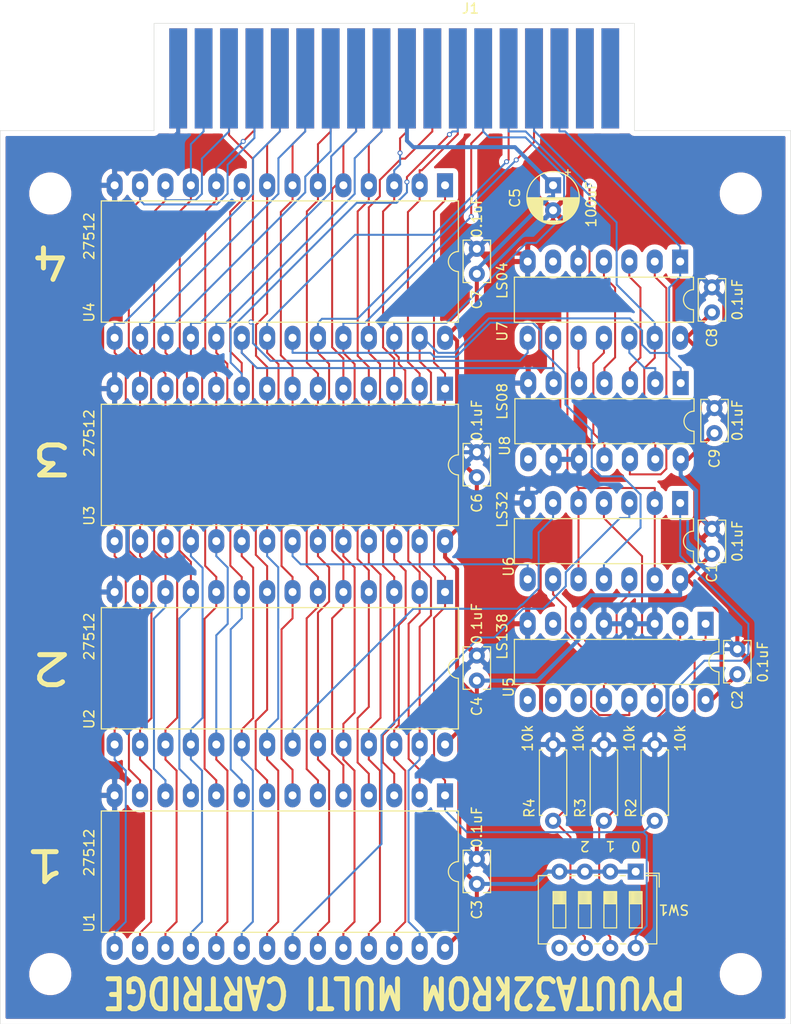
<source format=kicad_pcb>
(kicad_pcb (version 20171130) (host pcbnew "(5.1.9)-1")
  (layers (0 F.Cu signal) (31 B.Cu signal) (34 B.Paste user) (35 F.Paste user) (36 B.SilkS user hide) (37 F.SilkS user) (38 B.Mask user) (39 F.Mask user) (44 Edge.Cuts user))
  (net 0 "")
  (net 1 +5V)
  (net 2 GND)
  (net 3 /D0)
  (net 4 /D1)
  (net 5 /D2)
  (net 6 /D3)
  (net 7 /D4)
  (net 8 /D5)
  (net 9 /D6)
  (net 10 /D7)
  (net 11 /A8)
  (net 12 /A9)
  (net 13 /A2)
  (net 14 /A10)
  (net 15 /A3)
  (net 16 /A11)
  (net 17 /A4)
  (net 18 /A12)
  (net 19 /A5)
  (net 20 /A6)
  (net 21 /A7)
  (net 22 /A13)
  (net 23 "Net-(U4-Pad22)")
  (net 24 /A15)
  (net 25 /A14)
  (net 26 /~DBIN)
  (net 27 "Net-(R2-Pad1)")
  (net 28 "Net-(R3-Pad1)")
  (net 29 "Net-(R4-Pad1)")
  (net 30 "Net-(U1-Pad22)")
  (net 31 "Net-(U2-Pad22)")
  (net 32 "Net-(U3-Pad22)")
  (net 33 "Net-(U5-Pad12)")
  (net 34 "Net-(U5-Pad13)")
  (net 35 "Net-(U5-Pad14)")
  (net 36 "Net-(U5-Pad15)")
  (net 37 /J1-6p)
  (net 38 /A1)
  (net 39 /A0)
  (net 40 /~CE)
  (net 41 "Net-(U7-Pad12)")
  (net 42 "Net-(U7-Pad11)")
  (net 43 "Net-(U7-Pad4)")
  (net 44 "Net-(U7-Pad10)")
  (net 45 "Net-(U7-Pad3)")
  (net 46 "Net-(U7-Pad2)")
  (module MountingHole:MountingHole_3.2mm_M3 (layer F.Cu) (at 92.63 71.94)
    (fp_text reference MH4 hide)
    (fp_text value MountingHole_3.2mm_M3 hide)
    (pad 1 np_thru_hole circle (at 0 0) (size 3.2 3.2) (drill 3.2) (layers *.Cu *.Mask))
  )
  (module MountingHole:MountingHole_3.2mm_M3 (layer F.Cu) (at 161.63 71.94)
    (fp_text reference MH3 hide)
    (fp_text value MountingHole_3.2mm_M3 hide)
    (pad 1 np_thru_hole circle (at 0 0) (size 3.2 3.2) (drill 3.2) (layers *.Cu *.Mask))
  )
  (module MountingHole:MountingHole_3.2mm_M3 (layer F.Cu) (at 161.63 149.94)
    (fp_text reference MH2 hide)
    (fp_text value MountingHole_3.2mm_M3 hide)
    (pad 1 np_thru_hole circle (at 0 0) (size 3.2 3.2) (drill 3.2) (layers *.Cu *.Mask))
  )
  (module MountingHole:MountingHole_3.2mm_M3 (layer F.Cu) (at 92.63 149.94)
    (fp_text reference MH1 hide)
    (fp_text value MountingHole_3.2mm_M3 hide)
    (pad 1 np_thru_hole circle (at 0 0) (size 3.2 3.2) (drill 3.2) (layers *.Cu *.Mask))
  )
  (module Capacitor_THT:C_Rect_L4.0mm_W2.5mm_P2.50mm (layer F.Cu) (at 158.75 107.95 90)
    (fp_text reference C1 (at -1.905 0 90) (layer F.SilkS))
    (fp_text value 0.1uF)
    (pad 2 thru_hole circle (at 2.5 0 90) (size 1.6 1.6) (drill 0.8) (layers *.Cu *.Mask) (net 2 GND))
    (pad 1 thru_hole circle (at 0 0 90) (size 1.6 1.6) (drill 0.8) (layers *.Cu *.Mask) (net 1 +5V))
  )
  (module Capacitor_THT:C_Rect_L4.0mm_W2.5mm_P2.50mm (layer F.Cu) (at 161.29 117.475 270)
    (fp_text reference C2 (at 5.08 0 90) (layer F.SilkS))
    (fp_text value 0.1uF)
    (pad 1 thru_hole circle (at 0 0 270) (size 1.6 1.6) (drill 0.8) (layers *.Cu *.Mask) (net 2 GND))
    (pad 2 thru_hole circle (at 2.5 0 270) (size 1.6 1.6) (drill 0.8) (layers *.Cu *.Mask) (net 1 +5V))
  )
  (module Capacitor_THT:C_Rect_L4.0mm_W2.5mm_P2.50mm (layer F.Cu) (at 135.255 138.43 270)
    (fp_text reference C3 (at 5.08 0 90) (layer F.SilkS))
    (fp_text value 0.1uF)
    (pad 2 thru_hole circle (at 2.5 0 270) (size 1.6 1.6) (drill 0.8) (layers *.Cu *.Mask) (net 1 +5V))
    (pad 1 thru_hole circle (at 0 0 270) (size 1.6 1.6) (drill 0.8) (layers *.Cu *.Mask) (net 2 GND))
  )
  (module Capacitor_THT:C_Rect_L4.0mm_W2.5mm_P2.50mm (layer F.Cu) (at 135.255 118.11 270)
    (fp_text reference C4 (at 5.08 0 90) (layer F.SilkS))
    (fp_text value 0.1uF)
    (pad 1 thru_hole circle (at 0 0 270) (size 1.6 1.6) (drill 0.8) (layers *.Cu *.Mask) (net 2 GND))
    (pad 2 thru_hole circle (at 2.5 0 270) (size 1.6 1.6) (drill 0.8) (layers *.Cu *.Mask) (net 1 +5V))
  )
  (module Capacitor_THT:C_Rect_L4.0mm_W2.5mm_P2.50mm (layer F.Cu) (at 135.255 97.79 270)
    (fp_text reference C6 (at 5.08 0 90) (layer F.SilkS))
    (fp_text value 0.1uF)
    (pad 1 thru_hole circle (at 0 0 270) (size 1.6 1.6) (drill 0.8) (layers *.Cu *.Mask) (net 2 GND))
    (pad 2 thru_hole circle (at 2.5 0 270) (size 1.6 1.6) (drill 0.8) (layers *.Cu *.Mask) (net 1 +5V))
  )
  (module Capacitor_THT:C_Rect_L4.0mm_W2.5mm_P2.50mm (layer F.Cu) (at 135.255 77.47 270)
    (fp_text reference C7 (at 5.08 0 90) (layer F.SilkS))
    (fp_text value 0.1uF)
    (pad 2 thru_hole circle (at 2.5 0 270) (size 1.6 1.6) (drill 0.8) (layers *.Cu *.Mask) (net 1 +5V))
    (pad 1 thru_hole circle (at 0 0 270) (size 1.6 1.6) (drill 0.8) (layers *.Cu *.Mask) (net 2 GND))
  )
  (module PYUUTA:BUS_36Pin (layer F.Cu) (at 127 60.44)
    (fp_text reference J1 (at 7.62 -6.985) (layer F.SilkS))
    (fp_text value "PYUUTA CART")
    (pad 2 connect rect (at -21.59 0) (size 1.78 10) (layers F.Cu F.Mask) (net 2 GND))
    (pad 4 connect rect (at -19.05 0) (size 1.78 10) (layers F.Cu F.Mask))
    (pad 6 connect rect (at -16.51 0) (size 1.78 10) (layers F.Cu F.Mask) (net 37 /J1-6p))
    (pad 8 connect rect (at -13.97 0) (size 1.78 10) (layers F.Cu F.Mask) (net 24 /A15))
    (pad 10 connect rect (at -11.43 0) (size 1.78 10) (layers F.Cu F.Mask) (net 22 /A13))
    (pad 12 connect rect (at -8.89 0) (size 1.78 10) (layers F.Cu F.Mask) (net 18 /A12))
    (pad 14 connect rect (at -6.35 0) (size 1.78 10) (layers F.Cu F.Mask) (net 16 /A11))
    (pad 16 connect rect (at -3.81 0) (size 1.78 10) (layers F.Cu F.Mask) (net 14 /A10))
    (pad 18 connect rect (at -1.27 0) (size 1.78 10) (layers F.Cu F.Mask) (net 12 /A9))
    (pad 20 connect rect (at 1.27 0) (size 1.78 10) (layers F.Cu F.Mask) (net 11 /A8))
    (pad 22 connect rect (at 3.81 0) (size 1.78 10) (layers F.Cu F.Mask) (net 21 /A7))
    (pad 24 connect rect (at 6.35 0) (size 1.78 10) (layers F.Cu F.Mask) (net 15 /A3))
    (pad 26 connect rect (at 8.89 0) (size 1.78 10) (layers F.Cu F.Mask) (net 20 /A6))
    (pad 28 connect rect (at 11.43 0) (size 1.78 10) (layers F.Cu F.Mask) (net 19 /A5))
    (pad 30 connect rect (at 13.97 0) (size 1.78 10) (layers F.Cu F.Mask) (net 17 /A4))
    (pad 32 connect rect (at 16.51 0) (size 1.78 10) (layers F.Cu F.Mask))
    (pad 34 connect rect (at 19.05 0) (size 1.78 10) (layers F.Cu F.Mask))
    (pad 36 connect rect (at 21.59 0) (size 1.78 10) (layers F.Cu F.Mask))
    (pad 1 connect rect (at -21.59 0) (size 1.78 10) (layers B.Cu B.Mask) (net 2 GND))
    (pad 3 connect rect (at -19.05 0) (size 1.78 10) (layers B.Cu B.Mask) (net 10 /D7))
    (pad 5 connect rect (at -16.51 0) (size 1.78 10) (layers B.Cu B.Mask) (net 9 /D6))
    (pad 7 connect rect (at -13.97 0) (size 1.78 10) (layers B.Cu B.Mask) (net 8 /D5))
    (pad 9 connect rect (at -11.43 0) (size 1.78 10) (layers B.Cu B.Mask) (net 7 /D4))
    (pad 11 connect rect (at -8.89 0) (size 1.78 10) (layers B.Cu B.Mask) (net 6 /D3))
    (pad 13 connect rect (at -6.35 0) (size 1.78 10) (layers B.Cu B.Mask) (net 5 /D2))
    (pad 15 connect rect (at -3.81 0) (size 1.78 10) (layers B.Cu B.Mask) (net 4 /D1))
    (pad 17 connect rect (at -1.27 0) (size 1.78 10) (layers B.Cu B.Mask) (net 3 /D0))
    (pad 19 connect rect (at 1.27 0) (size 1.78 10) (layers B.Cu B.Mask) (net 1 +5V))
    (pad 21 connect rect (at 3.81 0) (size 1.78 10) (layers B.Cu B.Mask))
    (pad 23 connect rect (at 6.35 0) (size 1.78 10) (layers B.Cu B.Mask) (net 25 /A14))
    (pad 25 connect rect (at 8.89 0) (size 1.78 10) (layers B.Cu B.Mask) (net 13 /A2))
    (pad 27 connect rect (at 11.43 0) (size 1.78 10) (layers B.Cu B.Mask) (net 38 /A1))
    (pad 29 connect rect (at 13.97 0) (size 1.78 10) (layers B.Cu B.Mask) (net 26 /~DBIN))
    (pad 31 connect rect (at 16.51 0) (size 1.78 10) (layers B.Cu B.Mask) (net 39 /A0))
    (pad 33 connect rect (at 19.05 0) (size 1.78 10) (layers B.Cu B.Mask))
    (pad 35 connect rect (at 21.59 0) (size 1.78 10) (layers B.Cu B.Mask))
  )
  (module Resistor_THT:R_Axial_DIN0207_L6.3mm_D2.5mm_P7.62mm_Horizontal (layer F.Cu) (at 153.035 134.62 90)
    (fp_text reference R2 (at 1.27 -2.37 90) (layer F.SilkS))
    (fp_text value 10k)
    (pad 2 thru_hole oval (at 7.62 0 90) (size 1.6 1.6) (drill 0.8) (layers *.Cu *.Mask) (net 2 GND))
    (pad 1 thru_hole circle (at 0 0 90) (size 1.6 1.6) (drill 0.8) (layers *.Cu *.Mask) (net 27 "Net-(R2-Pad1)"))
  )
  (module Resistor_THT:R_Axial_DIN0207_L6.3mm_D2.5mm_P7.62mm_Horizontal (layer F.Cu) (at 147.955 134.62 90)
    (fp_text reference R3 (at 1.27 -2.37 90) (layer F.SilkS))
    (fp_text value 10k)
    (pad 1 thru_hole circle (at 0 0 90) (size 1.6 1.6) (drill 0.8) (layers *.Cu *.Mask) (net 28 "Net-(R3-Pad1)"))
    (pad 2 thru_hole oval (at 7.62 0 90) (size 1.6 1.6) (drill 0.8) (layers *.Cu *.Mask) (net 2 GND))
  )
  (module Resistor_THT:R_Axial_DIN0207_L6.3mm_D2.5mm_P7.62mm_Horizontal (layer F.Cu) (at 142.875 134.62 90)
    (fp_text reference R4 (at 1.27 -2.37 90) (layer F.SilkS))
    (fp_text value 10k)
    (pad 2 thru_hole oval (at 7.62 0 90) (size 1.6 1.6) (drill 0.8) (layers *.Cu *.Mask) (net 2 GND))
    (pad 1 thru_hole circle (at 0 0 90) (size 1.6 1.6) (drill 0.8) (layers *.Cu *.Mask) (net 29 "Net-(R4-Pad1)"))
  )
  (module Button_Switch_THT:SW_DIP_SPSTx04_Slide_6.7x11.72mm_W7.62mm_P2.54mm_LowProfile (layer F.Cu) (at 151.13 139.7 270)
    (fp_text reference SW1 (at 3.81 -3.81 180 unlocked) (layer F.SilkS))
    (fp_text value SW_DIP_x04)
    (pad 1 thru_hole rect (at 0 0 270) (size 1.6 1.6) (drill 0.8) (layers *.Cu *.Mask) (net 1 +5V))
    (pad 5 thru_hole oval (at 7.62 7.62 270) (size 1.6 1.6) (drill 0.8) (layers *.Cu *.Mask))
    (pad 2 thru_hole oval (at 0 2.54 270) (size 1.6 1.6) (drill 0.8) (layers *.Cu *.Mask) (net 1 +5V))
    (pad 6 thru_hole oval (at 7.62 5.08 270) (size 1.6 1.6) (drill 0.8) (layers *.Cu *.Mask) (net 29 "Net-(R4-Pad1)"))
    (pad 3 thru_hole oval (at 0 5.08 270) (size 1.6 1.6) (drill 0.8) (layers *.Cu *.Mask) (net 1 +5V))
    (pad 7 thru_hole oval (at 7.62 2.54 270) (size 1.6 1.6) (drill 0.8) (layers *.Cu *.Mask) (net 28 "Net-(R3-Pad1)"))
    (pad 4 thru_hole oval (at 0 7.62 270) (size 1.6 1.6) (drill 0.8) (layers *.Cu *.Mask) (net 1 +5V))
    (pad 8 thru_hole oval (at 7.62 0 270) (size 1.6 1.6) (drill 0.8) (layers *.Cu *.Mask) (net 27 "Net-(R2-Pad1)"))
  )
  (module Package_DIP:DIP-28_W15.24mm_LongPads (layer F.Cu) (at 132.08 132.08 270)
    (fp_text reference U1 (at 12.7 35.56 90) (layer F.SilkS))
    (fp_text value 27C512)
    (pad 1 thru_hole rect (at 0 0 270) (size 2.4 1.6) (drill 0.8) (layers *.Cu *.Mask) (net 27 "Net-(R2-Pad1)"))
    (pad 15 thru_hole oval (at 15.24 33.02 270) (size 2.4 1.6) (drill 0.8) (layers *.Cu *.Mask) (net 7 /D4))
    (pad 2 thru_hole oval (at 0 2.54 270) (size 2.4 1.6) (drill 0.8) (layers *.Cu *.Mask) (net 15 /A3))
    (pad 16 thru_hole oval (at 15.24 30.48 270) (size 2.4 1.6) (drill 0.8) (layers *.Cu *.Mask) (net 6 /D3))
    (pad 3 thru_hole oval (at 0 5.08 270) (size 2.4 1.6) (drill 0.8) (layers *.Cu *.Mask) (net 11 /A8))
    (pad 17 thru_hole oval (at 15.24 27.94 270) (size 2.4 1.6) (drill 0.8) (layers *.Cu *.Mask) (net 5 /D2))
    (pad 4 thru_hole oval (at 0 7.62 270) (size 2.4 1.6) (drill 0.8) (layers *.Cu *.Mask) (net 12 /A9))
    (pad 18 thru_hole oval (at 15.24 25.4 270) (size 2.4 1.6) (drill 0.8) (layers *.Cu *.Mask) (net 4 /D1))
    (pad 5 thru_hole oval (at 0 10.16 270) (size 2.4 1.6) (drill 0.8) (layers *.Cu *.Mask) (net 14 /A10))
    (pad 19 thru_hole oval (at 15.24 22.86 270) (size 2.4 1.6) (drill 0.8) (layers *.Cu *.Mask) (net 3 /D0))
    (pad 6 thru_hole oval (at 0 12.7 270) (size 2.4 1.6) (drill 0.8) (layers *.Cu *.Mask) (net 16 /A11))
    (pad 20 thru_hole oval (at 15.24 20.32 270) (size 2.4 1.6) (drill 0.8) (layers *.Cu *.Mask) (net 40 /~CE))
    (pad 7 thru_hole oval (at 0 15.24 270) (size 2.4 1.6) (drill 0.8) (layers *.Cu *.Mask) (net 18 /A12))
    (pad 21 thru_hole oval (at 15.24 17.78 270) (size 2.4 1.6) (drill 0.8) (layers *.Cu *.Mask) (net 19 /A5))
    (pad 8 thru_hole oval (at 0 17.78 270) (size 2.4 1.6) (drill 0.8) (layers *.Cu *.Mask) (net 22 /A13))
    (pad 22 thru_hole oval (at 15.24 15.24 270) (size 2.4 1.6) (drill 0.8) (layers *.Cu *.Mask) (net 30 "Net-(U1-Pad22)"))
    (pad 9 thru_hole oval (at 0 20.32 270) (size 2.4 1.6) (drill 0.8) (layers *.Cu *.Mask) (net 25 /A14))
    (pad 23 thru_hole oval (at 15.24 12.7 270) (size 2.4 1.6) (drill 0.8) (layers *.Cu *.Mask) (net 17 /A4))
    (pad 10 thru_hole oval (at 0 22.86 270) (size 2.4 1.6) (drill 0.8) (layers *.Cu *.Mask) (net 24 /A15))
    (pad 24 thru_hole oval (at 15.24 10.16 270) (size 2.4 1.6) (drill 0.8) (layers *.Cu *.Mask) (net 20 /A6))
    (pad 11 thru_hole oval (at 0 25.4 270) (size 2.4 1.6) (drill 0.8) (layers *.Cu *.Mask) (net 10 /D7))
    (pad 25 thru_hole oval (at 15.24 7.62 270) (size 2.4 1.6) (drill 0.8) (layers *.Cu *.Mask) (net 21 /A7))
    (pad 12 thru_hole oval (at 0 27.94 270) (size 2.4 1.6) (drill 0.8) (layers *.Cu *.Mask) (net 9 /D6))
    (pad 26 thru_hole oval (at 15.24 5.08 270) (size 2.4 1.6) (drill 0.8) (layers *.Cu *.Mask) (net 13 /A2))
    (pad 13 thru_hole oval (at 0 30.48 270) (size 2.4 1.6) (drill 0.8) (layers *.Cu *.Mask) (net 8 /D5))
    (pad 27 thru_hole oval (at 15.24 2.54 270) (size 2.4 1.6) (drill 0.8) (layers *.Cu *.Mask) (net 39 /A0))
    (pad 14 thru_hole oval (at 0 33.02 270) (size 2.4 1.6) (drill 0.8) (layers *.Cu *.Mask) (net 2 GND))
    (pad 28 thru_hole oval (at 15.24 0 270) (size 2.4 1.6) (drill 0.8) (layers *.Cu *.Mask) (net 1 +5V))
  )
  (module Package_DIP:DIP-28_W15.24mm_LongPads (layer F.Cu) (at 132.08 111.76 270)
    (fp_text reference U2 (at 12.7 35.56 90) (layer F.SilkS))
    (fp_text value 27C512)
    (pad 1 thru_hole rect (at 0 0 270) (size 2.4 1.6) (drill 0.8) (layers *.Cu *.Mask) (net 27 "Net-(R2-Pad1)"))
    (pad 15 thru_hole oval (at 15.24 33.02 270) (size 2.4 1.6) (drill 0.8) (layers *.Cu *.Mask) (net 7 /D4))
    (pad 2 thru_hole oval (at 0 2.54 270) (size 2.4 1.6) (drill 0.8) (layers *.Cu *.Mask) (net 15 /A3))
    (pad 16 thru_hole oval (at 15.24 30.48 270) (size 2.4 1.6) (drill 0.8) (layers *.Cu *.Mask) (net 6 /D3))
    (pad 3 thru_hole oval (at 0 5.08 270) (size 2.4 1.6) (drill 0.8) (layers *.Cu *.Mask) (net 11 /A8))
    (pad 17 thru_hole oval (at 15.24 27.94 270) (size 2.4 1.6) (drill 0.8) (layers *.Cu *.Mask) (net 5 /D2))
    (pad 4 thru_hole oval (at 0 7.62 270) (size 2.4 1.6) (drill 0.8) (layers *.Cu *.Mask) (net 12 /A9))
    (pad 18 thru_hole oval (at 15.24 25.4 270) (size 2.4 1.6) (drill 0.8) (layers *.Cu *.Mask) (net 4 /D1))
    (pad 5 thru_hole oval (at 0 10.16 270) (size 2.4 1.6) (drill 0.8) (layers *.Cu *.Mask) (net 14 /A10))
    (pad 19 thru_hole oval (at 15.24 22.86 270) (size 2.4 1.6) (drill 0.8) (layers *.Cu *.Mask) (net 3 /D0))
    (pad 6 thru_hole oval (at 0 12.7 270) (size 2.4 1.6) (drill 0.8) (layers *.Cu *.Mask) (net 16 /A11))
    (pad 20 thru_hole oval (at 15.24 20.32 270) (size 2.4 1.6) (drill 0.8) (layers *.Cu *.Mask) (net 40 /~CE))
    (pad 7 thru_hole oval (at 0 15.24 270) (size 2.4 1.6) (drill 0.8) (layers *.Cu *.Mask) (net 18 /A12))
    (pad 21 thru_hole oval (at 15.24 17.78 270) (size 2.4 1.6) (drill 0.8) (layers *.Cu *.Mask) (net 19 /A5))
    (pad 8 thru_hole oval (at 0 17.78 270) (size 2.4 1.6) (drill 0.8) (layers *.Cu *.Mask) (net 22 /A13))
    (pad 22 thru_hole oval (at 15.24 15.24 270) (size 2.4 1.6) (drill 0.8) (layers *.Cu *.Mask) (net 31 "Net-(U2-Pad22)"))
    (pad 9 thru_hole oval (at 0 20.32 270) (size 2.4 1.6) (drill 0.8) (layers *.Cu *.Mask) (net 25 /A14))
    (pad 23 thru_hole oval (at 15.24 12.7 270) (size 2.4 1.6) (drill 0.8) (layers *.Cu *.Mask) (net 17 /A4))
    (pad 10 thru_hole oval (at 0 22.86 270) (size 2.4 1.6) (drill 0.8) (layers *.Cu *.Mask) (net 24 /A15))
    (pad 24 thru_hole oval (at 15.24 10.16 270) (size 2.4 1.6) (drill 0.8) (layers *.Cu *.Mask) (net 20 /A6))
    (pad 11 thru_hole oval (at 0 25.4 270) (size 2.4 1.6) (drill 0.8) (layers *.Cu *.Mask) (net 10 /D7))
    (pad 25 thru_hole oval (at 15.24 7.62 270) (size 2.4 1.6) (drill 0.8) (layers *.Cu *.Mask) (net 21 /A7))
    (pad 12 thru_hole oval (at 0 27.94 270) (size 2.4 1.6) (drill 0.8) (layers *.Cu *.Mask) (net 9 /D6))
    (pad 26 thru_hole oval (at 15.24 5.08 270) (size 2.4 1.6) (drill 0.8) (layers *.Cu *.Mask) (net 13 /A2))
    (pad 13 thru_hole oval (at 0 30.48 270) (size 2.4 1.6) (drill 0.8) (layers *.Cu *.Mask) (net 8 /D5))
    (pad 27 thru_hole oval (at 15.24 2.54 270) (size 2.4 1.6) (drill 0.8) (layers *.Cu *.Mask) (net 39 /A0))
    (pad 14 thru_hole oval (at 0 33.02 270) (size 2.4 1.6) (drill 0.8) (layers *.Cu *.Mask) (net 2 GND))
    (pad 28 thru_hole oval (at 15.24 0 270) (size 2.4 1.6) (drill 0.8) (layers *.Cu *.Mask) (net 1 +5V))
  )
  (module Package_DIP:DIP-28_W15.24mm_LongPads (layer F.Cu) (at 132.08 91.44 270)
    (fp_text reference U3 (at 12.7 35.56 90) (layer F.SilkS))
    (fp_text value 27C512)
    (pad 28 thru_hole oval (at 15.24 0 270) (size 2.4 1.6) (drill 0.8) (layers *.Cu *.Mask) (net 1 +5V))
    (pad 14 thru_hole oval (at 0 33.02 270) (size 2.4 1.6) (drill 0.8) (layers *.Cu *.Mask) (net 2 GND))
    (pad 27 thru_hole oval (at 15.24 2.54 270) (size 2.4 1.6) (drill 0.8) (layers *.Cu *.Mask) (net 39 /A0))
    (pad 13 thru_hole oval (at 0 30.48 270) (size 2.4 1.6) (drill 0.8) (layers *.Cu *.Mask) (net 8 /D5))
    (pad 26 thru_hole oval (at 15.24 5.08 270) (size 2.4 1.6) (drill 0.8) (layers *.Cu *.Mask) (net 13 /A2))
    (pad 12 thru_hole oval (at 0 27.94 270) (size 2.4 1.6) (drill 0.8) (layers *.Cu *.Mask) (net 9 /D6))
    (pad 25 thru_hole oval (at 15.24 7.62 270) (size 2.4 1.6) (drill 0.8) (layers *.Cu *.Mask) (net 21 /A7))
    (pad 11 thru_hole oval (at 0 25.4 270) (size 2.4 1.6) (drill 0.8) (layers *.Cu *.Mask) (net 10 /D7))
    (pad 24 thru_hole oval (at 15.24 10.16 270) (size 2.4 1.6) (drill 0.8) (layers *.Cu *.Mask) (net 20 /A6))
    (pad 10 thru_hole oval (at 0 22.86 270) (size 2.4 1.6) (drill 0.8) (layers *.Cu *.Mask) (net 24 /A15))
    (pad 23 thru_hole oval (at 15.24 12.7 270) (size 2.4 1.6) (drill 0.8) (layers *.Cu *.Mask) (net 17 /A4))
    (pad 9 thru_hole oval (at 0 20.32 270) (size 2.4 1.6) (drill 0.8) (layers *.Cu *.Mask) (net 25 /A14))
    (pad 22 thru_hole oval (at 15.24 15.24 270) (size 2.4 1.6) (drill 0.8) (layers *.Cu *.Mask) (net 32 "Net-(U3-Pad22)"))
    (pad 8 thru_hole oval (at 0 17.78 270) (size 2.4 1.6) (drill 0.8) (layers *.Cu *.Mask) (net 22 /A13))
    (pad 21 thru_hole oval (at 15.24 17.78 270) (size 2.4 1.6) (drill 0.8) (layers *.Cu *.Mask) (net 19 /A5))
    (pad 7 thru_hole oval (at 0 15.24 270) (size 2.4 1.6) (drill 0.8) (layers *.Cu *.Mask) (net 18 /A12))
    (pad 20 thru_hole oval (at 15.24 20.32 270) (size 2.4 1.6) (drill 0.8) (layers *.Cu *.Mask) (net 40 /~CE))
    (pad 6 thru_hole oval (at 0 12.7 270) (size 2.4 1.6) (drill 0.8) (layers *.Cu *.Mask) (net 16 /A11))
    (pad 19 thru_hole oval (at 15.24 22.86 270) (size 2.4 1.6) (drill 0.8) (layers *.Cu *.Mask) (net 3 /D0))
    (pad 5 thru_hole oval (at 0 10.16 270) (size 2.4 1.6) (drill 0.8) (layers *.Cu *.Mask) (net 14 /A10))
    (pad 18 thru_hole oval (at 15.24 25.4 270) (size 2.4 1.6) (drill 0.8) (layers *.Cu *.Mask) (net 4 /D1))
    (pad 4 thru_hole oval (at 0 7.62 270) (size 2.4 1.6) (drill 0.8) (layers *.Cu *.Mask) (net 12 /A9))
    (pad 17 thru_hole oval (at 15.24 27.94 270) (size 2.4 1.6) (drill 0.8) (layers *.Cu *.Mask) (net 5 /D2))
    (pad 3 thru_hole oval (at 0 5.08 270) (size 2.4 1.6) (drill 0.8) (layers *.Cu *.Mask) (net 11 /A8))
    (pad 16 thru_hole oval (at 15.24 30.48 270) (size 2.4 1.6) (drill 0.8) (layers *.Cu *.Mask) (net 6 /D3))
    (pad 2 thru_hole oval (at 0 2.54 270) (size 2.4 1.6) (drill 0.8) (layers *.Cu *.Mask) (net 15 /A3))
    (pad 15 thru_hole oval (at 15.24 33.02 270) (size 2.4 1.6) (drill 0.8) (layers *.Cu *.Mask) (net 7 /D4))
    (pad 1 thru_hole rect (at 0 0 270) (size 2.4 1.6) (drill 0.8) (layers *.Cu *.Mask) (net 27 "Net-(R2-Pad1)"))
  )
  (module Package_DIP:DIP-28_W15.24mm_LongPads (layer F.Cu) (at 132.08 71.12 270)
    (fp_text reference U4 (at 12.7 35.56 90) (layer F.SilkS))
    (fp_text value 27C512)
    (pad 28 thru_hole oval (at 15.24 0 270) (size 2.4 1.6) (drill 0.8) (layers *.Cu *.Mask) (net 1 +5V))
    (pad 14 thru_hole oval (at 0 33.02 270) (size 2.4 1.6) (drill 0.8) (layers *.Cu *.Mask) (net 2 GND))
    (pad 27 thru_hole oval (at 15.24 2.54 270) (size 2.4 1.6) (drill 0.8) (layers *.Cu *.Mask) (net 39 /A0))
    (pad 13 thru_hole oval (at 0 30.48 270) (size 2.4 1.6) (drill 0.8) (layers *.Cu *.Mask) (net 8 /D5))
    (pad 26 thru_hole oval (at 15.24 5.08 270) (size 2.4 1.6) (drill 0.8) (layers *.Cu *.Mask) (net 13 /A2))
    (pad 12 thru_hole oval (at 0 27.94 270) (size 2.4 1.6) (drill 0.8) (layers *.Cu *.Mask) (net 9 /D6))
    (pad 25 thru_hole oval (at 15.24 7.62 270) (size 2.4 1.6) (drill 0.8) (layers *.Cu *.Mask) (net 21 /A7))
    (pad 11 thru_hole oval (at 0 25.4 270) (size 2.4 1.6) (drill 0.8) (layers *.Cu *.Mask) (net 10 /D7))
    (pad 24 thru_hole oval (at 15.24 10.16 270) (size 2.4 1.6) (drill 0.8) (layers *.Cu *.Mask) (net 20 /A6))
    (pad 10 thru_hole oval (at 0 22.86 270) (size 2.4 1.6) (drill 0.8) (layers *.Cu *.Mask) (net 24 /A15))
    (pad 23 thru_hole oval (at 15.24 12.7 270) (size 2.4 1.6) (drill 0.8) (layers *.Cu *.Mask) (net 17 /A4))
    (pad 9 thru_hole oval (at 0 20.32 270) (size 2.4 1.6) (drill 0.8) (layers *.Cu *.Mask) (net 25 /A14))
    (pad 22 thru_hole oval (at 15.24 15.24 270) (size 2.4 1.6) (drill 0.8) (layers *.Cu *.Mask) (net 23 "Net-(U4-Pad22)"))
    (pad 8 thru_hole oval (at 0 17.78 270) (size 2.4 1.6) (drill 0.8) (layers *.Cu *.Mask) (net 22 /A13))
    (pad 21 thru_hole oval (at 15.24 17.78 270) (size 2.4 1.6) (drill 0.8) (layers *.Cu *.Mask) (net 19 /A5))
    (pad 7 thru_hole oval (at 0 15.24 270) (size 2.4 1.6) (drill 0.8) (layers *.Cu *.Mask) (net 18 /A12))
    (pad 20 thru_hole oval (at 15.24 20.32 270) (size 2.4 1.6) (drill 0.8) (layers *.Cu *.Mask) (net 40 /~CE))
    (pad 6 thru_hole oval (at 0 12.7 270) (size 2.4 1.6) (drill 0.8) (layers *.Cu *.Mask) (net 16 /A11))
    (pad 19 thru_hole oval (at 15.24 22.86 270) (size 2.4 1.6) (drill 0.8) (layers *.Cu *.Mask) (net 3 /D0))
    (pad 5 thru_hole oval (at 0 10.16 270) (size 2.4 1.6) (drill 0.8) (layers *.Cu *.Mask) (net 14 /A10))
    (pad 18 thru_hole oval (at 15.24 25.4 270) (size 2.4 1.6) (drill 0.8) (layers *.Cu *.Mask) (net 4 /D1))
    (pad 4 thru_hole oval (at 0 7.62 270) (size 2.4 1.6) (drill 0.8) (layers *.Cu *.Mask) (net 12 /A9))
    (pad 17 thru_hole oval (at 15.24 27.94 270) (size 2.4 1.6) (drill 0.8) (layers *.Cu *.Mask) (net 5 /D2))
    (pad 3 thru_hole oval (at 0 5.08 270) (size 2.4 1.6) (drill 0.8) (layers *.Cu *.Mask) (net 11 /A8))
    (pad 16 thru_hole oval (at 15.24 30.48 270) (size 2.4 1.6) (drill 0.8) (layers *.Cu *.Mask) (net 6 /D3))
    (pad 2 thru_hole oval (at 0 2.54 270) (size 2.4 1.6) (drill 0.8) (layers *.Cu *.Mask) (net 15 /A3))
    (pad 15 thru_hole oval (at 15.24 33.02 270) (size 2.4 1.6) (drill 0.8) (layers *.Cu *.Mask) (net 7 /D4))
    (pad 1 thru_hole rect (at 0 0 270) (size 2.4 1.6) (drill 0.8) (layers *.Cu *.Mask) (net 27 "Net-(R2-Pad1)"))
  )
  (module Package_DIP:DIP-16_W7.62mm_LongPads (layer F.Cu) (at 158.115 114.935 270)
    (fp_text reference U5 (at 6.35 19.685 90) (layer F.SilkS))
    (fp_text value 74LS138)
    (pad 1 thru_hole rect (at 0 0 270) (size 2.4 1.6) (drill 0.8) (layers *.Cu *.Mask) (net 28 "Net-(R3-Pad1)"))
    (pad 9 thru_hole oval (at 7.62 17.78 270) (size 2.4 1.6) (drill 0.8) (layers *.Cu *.Mask))
    (pad 2 thru_hole oval (at 0 2.54 270) (size 2.4 1.6) (drill 0.8) (layers *.Cu *.Mask) (net 29 "Net-(R4-Pad1)"))
    (pad 10 thru_hole oval (at 7.62 15.24 270) (size 2.4 1.6) (drill 0.8) (layers *.Cu *.Mask))
    (pad 3 thru_hole oval (at 0 5.08 270) (size 2.4 1.6) (drill 0.8) (layers *.Cu *.Mask) (net 2 GND))
    (pad 11 thru_hole oval (at 7.62 12.7 270) (size 2.4 1.6) (drill 0.8) (layers *.Cu *.Mask))
    (pad 4 thru_hole oval (at 0 7.62 270) (size 2.4 1.6) (drill 0.8) (layers *.Cu *.Mask) (net 2 GND))
    (pad 12 thru_hole oval (at 7.62 10.16 270) (size 2.4 1.6) (drill 0.8) (layers *.Cu *.Mask) (net 33 "Net-(U5-Pad12)"))
    (pad 5 thru_hole oval (at 0 10.16 270) (size 2.4 1.6) (drill 0.8) (layers *.Cu *.Mask) (net 2 GND))
    (pad 13 thru_hole oval (at 7.62 7.62 270) (size 2.4 1.6) (drill 0.8) (layers *.Cu *.Mask) (net 34 "Net-(U5-Pad13)"))
    (pad 6 thru_hole oval (at 0 12.7 270) (size 2.4 1.6) (drill 0.8) (layers *.Cu *.Mask) (net 1 +5V))
    (pad 14 thru_hole oval (at 7.62 5.08 270) (size 2.4 1.6) (drill 0.8) (layers *.Cu *.Mask) (net 35 "Net-(U5-Pad14)"))
    (pad 7 thru_hole oval (at 0 15.24 270) (size 2.4 1.6) (drill 0.8) (layers *.Cu *.Mask))
    (pad 15 thru_hole oval (at 7.62 2.54 270) (size 2.4 1.6) (drill 0.8) (layers *.Cu *.Mask) (net 36 "Net-(U5-Pad15)"))
    (pad 8 thru_hole oval (at 0 17.78 270) (size 2.4 1.6) (drill 0.8) (layers *.Cu *.Mask) (net 2 GND))
    (pad 16 thru_hole oval (at 7.62 0 270) (size 2.4 1.6) (drill 0.8) (layers *.Cu *.Mask) (net 1 +5V))
  )
  (module Package_DIP:DIP-14_W7.62mm_LongPads (layer F.Cu) (at 155.575 102.87 270)
    (fp_text reference U6 (at 6.35 17.145 90) (layer F.SilkS))
    (fp_text value 74LS32)
    (pad 1 thru_hole rect (at 0 0 270) (size 2.4 1.6) (drill 0.8) (layers *.Cu *.Mask) (net 36 "Net-(U5-Pad15)"))
    (pad 8 thru_hole oval (at 7.62 15.24 270) (size 2.4 1.6) (drill 0.8) (layers *.Cu *.Mask) (net 32 "Net-(U3-Pad22)"))
    (pad 2 thru_hole oval (at 0 2.54 270) (size 2.4 1.6) (drill 0.8) (layers *.Cu *.Mask) (net 26 /~DBIN))
    (pad 9 thru_hole oval (at 7.62 12.7 270) (size 2.4 1.6) (drill 0.8) (layers *.Cu *.Mask) (net 34 "Net-(U5-Pad13)"))
    (pad 3 thru_hole oval (at 0 5.08 270) (size 2.4 1.6) (drill 0.8) (layers *.Cu *.Mask) (net 30 "Net-(U1-Pad22)"))
    (pad 10 thru_hole oval (at 7.62 10.16 270) (size 2.4 1.6) (drill 0.8) (layers *.Cu *.Mask) (net 26 /~DBIN))
    (pad 4 thru_hole oval (at 0 7.62 270) (size 2.4 1.6) (drill 0.8) (layers *.Cu *.Mask) (net 35 "Net-(U5-Pad14)"))
    (pad 11 thru_hole oval (at 7.62 7.62 270) (size 2.4 1.6) (drill 0.8) (layers *.Cu *.Mask) (net 23 "Net-(U4-Pad22)"))
    (pad 5 thru_hole oval (at 0 10.16 270) (size 2.4 1.6) (drill 0.8) (layers *.Cu *.Mask) (net 26 /~DBIN))
    (pad 12 thru_hole oval (at 7.62 5.08 270) (size 2.4 1.6) (drill 0.8) (layers *.Cu *.Mask) (net 33 "Net-(U5-Pad12)"))
    (pad 6 thru_hole oval (at 0 12.7 270) (size 2.4 1.6) (drill 0.8) (layers *.Cu *.Mask) (net 31 "Net-(U2-Pad22)"))
    (pad 13 thru_hole oval (at 7.62 2.54 270) (size 2.4 1.6) (drill 0.8) (layers *.Cu *.Mask) (net 26 /~DBIN))
    (pad 7 thru_hole oval (at 0 15.24 270) (size 2.4 1.6) (drill 0.8) (layers *.Cu *.Mask) (net 2 GND))
    (pad 14 thru_hole oval (at 7.62 0 270) (size 2.4 1.6) (drill 0.8) (layers *.Cu *.Mask) (net 1 +5V))
  )
  (module Capacitor_THT:CP_Radial_D5.0mm_P2.50mm (layer F.Cu) (at 142.875 71.12 270)
    (fp_text reference C5 (at 1.27 3.81 90) (layer F.SilkS))
    (fp_text value 100uF)
    (pad 1 thru_hole rect (at 0 0 270) (size 1.6 1.6) (drill 0.8) (layers *.Cu *.Mask) (net 1 +5V))
    (pad 2 thru_hole circle (at 2.5 0 270) (size 1.6 1.6) (drill 0.8) (layers *.Cu *.Mask) (net 2 GND))
  )
  (module Capacitor_THT:C_Rect_L4.0mm_W2.5mm_P2.50mm (layer F.Cu) (at 158.75 83.82 90)
    (fp_text reference C8 (at -2.54 0 90) (layer F.SilkS))
    (fp_text value 0.1uF)
    (pad 2 thru_hole circle (at 2.5 0 90) (size 1.6 1.6) (drill 0.8) (layers *.Cu *.Mask) (net 2 GND))
    (pad 1 thru_hole circle (at 0 0 90) (size 1.6 1.6) (drill 0.8) (layers *.Cu *.Mask) (net 1 +5V))
  )
  (module Capacitor_THT:C_Rect_L4.0mm_W2.5mm_P2.50mm (layer F.Cu) (at 159.004 95.885 90)
    (fp_text reference C9 (at -2.54 0 90) (layer F.SilkS))
    (fp_text value 0.1uF)
    (pad 1 thru_hole circle (at 0 0 90) (size 1.6 1.6) (drill 0.8) (layers *.Cu *.Mask) (net 1 +5V))
    (pad 2 thru_hole circle (at 2.5 0 90) (size 1.6 1.6) (drill 0.8) (layers *.Cu *.Mask) (net 2 GND))
  )
  (module Package_DIP:DIP-14_W7.62mm_LongPads (layer F.Cu) (at 155.575 78.74 270)
    (fp_text reference U7 (at 6.985 17.78 90) (layer F.SilkS))
    (fp_text value 74LS04)
    (pad 14 thru_hole oval (at 7.62 0 270) (size 2.4 1.6) (drill 0.8) (layers *.Cu *.Mask) (net 1 +5V))
    (pad 7 thru_hole oval (at 0 15.24 270) (size 2.4 1.6) (drill 0.8) (layers *.Cu *.Mask) (net 2 GND))
    (pad 13 thru_hole oval (at 7.62 2.54 270) (size 2.4 1.6) (drill 0.8) (layers *.Cu *.Mask) (net 38 /A1))
    (pad 6 thru_hole oval (at 0 12.7 270) (size 2.4 1.6) (drill 0.8) (layers *.Cu *.Mask))
    (pad 12 thru_hole oval (at 7.62 5.08 270) (size 2.4 1.6) (drill 0.8) (layers *.Cu *.Mask) (net 41 "Net-(U7-Pad12)"))
    (pad 5 thru_hole oval (at 0 10.16 270) (size 2.4 1.6) (drill 0.8) (layers *.Cu *.Mask) (net 2 GND))
    (pad 11 thru_hole oval (at 7.62 7.62 270) (size 2.4 1.6) (drill 0.8) (layers *.Cu *.Mask) (net 42 "Net-(U7-Pad11)"))
    (pad 4 thru_hole oval (at 0 7.62 270) (size 2.4 1.6) (drill 0.8) (layers *.Cu *.Mask) (net 43 "Net-(U7-Pad4)"))
    (pad 10 thru_hole oval (at 7.62 10.16 270) (size 2.4 1.6) (drill 0.8) (layers *.Cu *.Mask) (net 44 "Net-(U7-Pad10)"))
    (pad 3 thru_hole oval (at 0 5.08 270) (size 2.4 1.6) (drill 0.8) (layers *.Cu *.Mask) (net 45 "Net-(U7-Pad3)"))
    (pad 9 thru_hole oval (at 7.62 12.7 270) (size 2.4 1.6) (drill 0.8) (layers *.Cu *.Mask) (net 40 /~CE))
    (pad 2 thru_hole oval (at 0 2.54 270) (size 2.4 1.6) (drill 0.8) (layers *.Cu *.Mask) (net 46 "Net-(U7-Pad2)"))
    (pad 8 thru_hole oval (at 7.62 15.24 270) (size 2.4 1.6) (drill 0.8) (layers *.Cu *.Mask) (net 37 /J1-6p))
    (pad 1 thru_hole rect (at 0 0 270) (size 2.4 1.6) (drill 0.8) (layers *.Cu *.Mask) (net 39 /A0))
  )
  (module Package_DIP:DIP-14_W7.62mm_LongPads (layer F.Cu) (at 155.629 90.885 270)
    (fp_text reference U8 (at 6.269999 17.580001 90) (layer F.SilkS))
    (fp_text value 74LS08)
    (pad 1 thru_hole rect (at 0 0 270) (size 2.4 1.6) (drill 0.8) (layers *.Cu *.Mask) (net 39 /A0))
    (pad 8 thru_hole oval (at 7.62 15.24 270) (size 2.4 1.6) (drill 0.8) (layers *.Cu *.Mask))
    (pad 2 thru_hole oval (at 0 2.54 270) (size 2.4 1.6) (drill 0.8) (layers *.Cu *.Mask) (net 41 "Net-(U7-Pad12)"))
    (pad 9 thru_hole oval (at 7.62 12.7 270) (size 2.4 1.6) (drill 0.8) (layers *.Cu *.Mask) (net 2 GND))
    (pad 3 thru_hole oval (at 0 5.08 270) (size 2.4 1.6) (drill 0.8) (layers *.Cu *.Mask) (net 45 "Net-(U7-Pad3)"))
    (pad 10 thru_hole oval (at 7.62 10.16 270) (size 2.4 1.6) (drill 0.8) (layers *.Cu *.Mask) (net 2 GND))
    (pad 4 thru_hole oval (at 0 7.62 270) (size 2.4 1.6) (drill 0.8) (layers *.Cu *.Mask) (net 43 "Net-(U7-Pad4)"))
    (pad 11 thru_hole oval (at 7.62 7.62 270) (size 2.4 1.6) (drill 0.8) (layers *.Cu *.Mask) (net 42 "Net-(U7-Pad11)"))
    (pad 5 thru_hole oval (at 0 10.16 270) (size 2.4 1.6) (drill 0.8) (layers *.Cu *.Mask) (net 44 "Net-(U7-Pad10)"))
    (pad 12 thru_hole oval (at 7.62 5.08 270) (size 2.4 1.6) (drill 0.8) (layers *.Cu *.Mask) (net 46 "Net-(U7-Pad2)"))
    (pad 6 thru_hole oval (at 0 12.7 270) (size 2.4 1.6) (drill 0.8) (layers *.Cu *.Mask) (net 40 /~CE))
    (pad 13 thru_hole oval (at 7.62 2.54 270) (size 2.4 1.6) (drill 0.8) (layers *.Cu *.Mask) (net 38 /A1))
    (pad 7 thru_hole oval (at 0 15.24 270) (size 2.4 1.6) (drill 0.8) (layers *.Cu *.Mask) (net 2 GND))
    (pad 14 thru_hole oval (at 7.62 0 270) (size 2.4 1.6) (drill 0.8) (layers *.Cu *.Mask) (net 1 +5V))
  )
  (gr_text LS04 (at 137.795 80.645 90) (layer F.SilkS) (effects (font (size 1 1))))
  (gr_text LS08 (at 137.795 92.71 90) (layer F.SilkS) (effects (font (size 1 1))))
  (gr_text 0.1uF (at 161.29 82.55 90) (layer F.SilkS) (effects (font (size 1 1))))
  (gr_text 0.1uF (at 161.29 94.615 90) (layer F.SilkS) (effects (font (size 1 1))))
  (gr_text "PYUUTA32kROM MULTI CARTRIDGE" (at 127 151.765 180) (layer F.SilkS) (effects (font (size 3 2.3) (thickness 0.5))))
  (gr_text 4 (at 92.71 78.74 180) (layer F.SilkS) (effects (font (size 3 4) (thickness 0.5))))
  (gr_text 3 (at 92.71 98.425 180) (layer F.SilkS) (effects (font (size 3 4) (thickness 0.5))))
  (gr_text 2 (at 92.71 119.38 180) (layer F.SilkS) (effects (font (size 3 4) (thickness 0.5))))
  (gr_text 1 (at 92.075 139.065 180) (layer F.SilkS) (effects (font (size 3 4) (thickness 0.5))))
  (gr_text LS138 (at 137.795 116.205 90) (layer F.SilkS) (effects (font (size 1 1))))
  (gr_text LS32 (at 137.795 103.505 90) (layer F.SilkS) (effects (font (size 1 1))))
  (gr_text 27512 (at 96.52 76.2 90) (layer F.SilkS) (effects (font (size 1 1))))
  (gr_text 27512 (at 96.52 95.885 90) (layer F.SilkS) (effects (font (size 1 1))))
  (gr_text 27512 (at 96.52 116.205 90) (layer F.SilkS) (effects (font (size 1 1))))
  (gr_text 27512 (at 96.52 137.795 90) (layer F.SilkS) (effects (font (size 1 1))))
  (gr_text 10k (at 155.575 126.365 90) (layer F.SilkS) (effects (font (size 1 1))))
  (gr_text 10k (at 150.495 126.365 90) (layer F.SilkS) (effects (font (size 1 1))))
  (gr_text 10k (at 145.415 126.365 90) (layer F.SilkS) (effects (font (size 1 1))))
  (gr_text 10k (at 140.335 126.365 90) (layer F.SilkS) (effects (font (size 1 1))))
  (gr_text 100uF (at 146.685 73.025 90) (layer F.SilkS) (effects (font (size 1 1))))
  (gr_text 0.1uF (at 135.255 74.295 90) (layer F.SilkS) (effects (font (size 1 1))))
  (gr_text 0.1uF (at 135.255 94.615 90) (layer F.SilkS) (effects (font (size 1 1))))
  (gr_text 0.1uF (at 161.29 106.68 90) (layer F.SilkS) (effects (font (size 1 1))))
  (gr_text 0.1uF (at 163.83 118.745 90) (layer F.SilkS) (effects (font (size 1 1))))
  (gr_text 0.1uF (at 135.255 114.935 90) (layer F.SilkS) (effects (font (size 1 1))))
  (gr_text 0.1uF (at 135.255 135.255 90) (layer F.SilkS) (effects (font (size 1 1))))
  (gr_text 2 (at 146.05 137.16 180) (layer F.SilkS) (effects (font (size 1 1))))
  (gr_text 1 (at 148.59 137.16 180) (layer F.SilkS) (effects (font (size 1 1))))
  (gr_text 0 (at 151.13 137.16 180) (layer F.SilkS) (effects (font (size 1 1))))
  (gr_line (start 151.003 65.659) (end 166.624 65.659) (layer Edge.Cuts) (width 0.05))
  (gr_line (start 151.003 54.94) (end 151.003 65.659) (layer Edge.Cuts) (width 0.05))
  (gr_line (start 102.997 65.659) (end 87.63 65.659) (layer Edge.Cuts) (width 0.05))
  (gr_line (start 102.997 54.94) (end 102.997 65.659) (layer Edge.Cuts) (width 0.05))
  (gr_line (start 87.63 65.659) (end 87.63 154.94) (layer Edge.Cuts) (width 0.05))
  (gr_line (start 166.63 154.94) (end 166.624 65.659) (layer Edge.Cuts) (width 0.05))
  (gr_line (start 87.63 154.94) (end 166.63 154.94) (layer Edge.Cuts) (width 0.05))
  (gr_line (start 151.003 54.94) (end 102.997 54.94) (layer Edge.Cuts) (width 0.05))
  (segment (start 156.21 110.49) (end 155.575 110.49) (width 0.4) (layer F.Cu) (net 1))
  (segment (start 158.75 107.95) (end 156.21 110.49) (width 0.4) (layer F.Cu) (net 1))
  (segment (start 159.7025 121.5625) (end 159.7025 113.8757) (width 0.4) (layer F.Cu) (net 1))
  (segment (start 159.7025 113.8757) (end 156.3168 110.49) (width 0.4) (layer F.Cu) (net 1))
  (segment (start 156.3168 110.49) (end 156.21 110.49) (width 0.4) (layer F.Cu) (net 1))
  (segment (start 159.7025 121.5625) (end 158.71 122.555) (width 0.4) (layer F.Cu) (net 1))
  (segment (start 158.71 122.555) (end 158.115 122.555) (width 0.4) (layer F.Cu) (net 1))
  (segment (start 161.29 119.975) (end 159.7025 121.5625) (width 0.4) (layer F.Cu) (net 1))
  (segment (start 133.5061 125.5739) (end 133.5061 139.1811) (width 0.4) (layer F.Cu) (net 1))
  (segment (start 133.5061 139.1811) (end 135.255 140.93) (width 0.4) (layer F.Cu) (net 1))
  (segment (start 133.5061 125.5739) (end 132.08 127) (width 0.4) (layer F.Cu) (net 1))
  (segment (start 135.255 122.2175) (end 135.255 123.825) (width 0.4) (layer F.Cu) (net 1))
  (segment (start 135.255 123.825) (end 133.5061 125.5739) (width 0.4) (layer F.Cu) (net 1))
  (segment (start 148.59 139.7) (end 151.13 139.7) (width 0.4) (layer B.Cu) (net 1))
  (segment (start 146.05 139.7) (end 148.59 139.7) (width 0.4) (layer B.Cu) (net 1))
  (segment (start 155.629 98.505) (end 155.629 100.1053) (width 0.4) (layer B.Cu) (net 1))
  (segment (start 158.75 107.95) (end 157.1693 106.3693) (width 0.4) (layer B.Cu) (net 1))
  (segment (start 157.1693 106.3693) (end 157.1693 101.6456) (width 0.4) (layer B.Cu) (net 1))
  (segment (start 157.1693 101.6456) (end 155.629 100.1053) (width 0.4) (layer B.Cu) (net 1))
  (segment (start 145.415 114.935) (end 145.415 113.3347) (width 0.4) (layer B.Cu) (net 1))
  (segment (start 155.575 110.49) (end 155.575 112.0903) (width 0.4) (layer B.Cu) (net 1))
  (segment (start 155.575 112.0903) (end 146.6594 112.0903) (width 0.4) (layer B.Cu) (net 1))
  (segment (start 146.6594 112.0903) (end 145.415 113.3347) (width 0.4) (layer B.Cu) (net 1))
  (segment (start 145.415 114.935) (end 145.415 116.5353) (width 0.4) (layer B.Cu) (net 1))
  (segment (start 135.255 120.61) (end 141.3403 120.61) (width 0.4) (layer B.Cu) (net 1))
  (segment (start 141.3403 120.61) (end 145.415 116.5353) (width 0.4) (layer B.Cu) (net 1))
  (segment (start 132.08 106.68) (end 132.08 108.2803) (width 0.4) (layer F.Cu) (net 1))
  (segment (start 135.255 122.2175) (end 135.1359 122.2175) (width 0.4) (layer F.Cu) (net 1))
  (segment (start 135.1359 122.2175) (end 133.2803 120.3619) (width 0.4) (layer F.Cu) (net 1))
  (segment (start 133.2803 120.3619) (end 133.2803 109.4806) (width 0.4) (layer F.Cu) (net 1))
  (segment (start 133.2803 109.4806) (end 132.08 108.2803) (width 0.4) (layer F.Cu) (net 1))
  (segment (start 135.255 120.61) (end 135.255 122.2175) (width 0.4) (layer F.Cu) (net 1))
  (segment (start 156.21 86.36) (end 155.575 86.36) (width 0.4) (layer F.Cu) (net 1))
  (segment (start 158.75 83.82) (end 156.21 86.36) (width 0.4) (layer F.Cu) (net 1))
  (segment (start 158.0557 96.8333) (end 157.5426 96.3202) (width 0.4) (layer F.Cu) (net 1))
  (segment (start 157.5426 96.3202) (end 157.5426 87.6926) (width 0.4) (layer F.Cu) (net 1))
  (segment (start 157.5426 87.6926) (end 156.21 86.36) (width 0.4) (layer F.Cu) (net 1))
  (segment (start 158.0557 96.8333) (end 156.384 98.505) (width 0.4) (layer F.Cu) (net 1))
  (segment (start 156.384 98.505) (end 155.629 98.505) (width 0.4) (layer F.Cu) (net 1))
  (segment (start 159.004 95.885) (end 158.0557 96.8333) (width 0.4) (layer F.Cu) (net 1))
  (segment (start 142.875 71.12) (end 142.875 72.3203) (width 0.4) (layer B.Cu) (net 1))
  (segment (start 135.255 79.97) (end 135.255 79.5424) (width 0.4) (layer B.Cu) (net 1))
  (segment (start 135.255 79.5424) (end 142.4771 72.3203) (width 0.4) (layer B.Cu) (net 1))
  (segment (start 142.4771 72.3203) (end 142.875 72.3203) (width 0.4) (layer B.Cu) (net 1))
  (segment (start 143.51 139.7) (end 142.3097 139.7) (width 0.4) (layer B.Cu) (net 1))
  (segment (start 135.255 140.93) (end 141.0797 140.93) (width 0.4) (layer B.Cu) (net 1))
  (segment (start 141.0797 140.93) (end 142.3097 139.7) (width 0.4) (layer B.Cu) (net 1))
  (segment (start 132.5356 85.9044) (end 133.2804 86.6492) (width 0.4) (layer F.Cu) (net 1))
  (segment (start 133.2804 86.6492) (end 133.2804 98.3154) (width 0.4) (layer F.Cu) (net 1))
  (segment (start 133.2804 98.3154) (end 135.255 100.29) (width 0.4) (layer F.Cu) (net 1))
  (segment (start 132.5356 85.9044) (end 132.08 86.36) (width 0.4) (layer F.Cu) (net 1))
  (segment (start 135.255 79.97) (end 135.255 83.185) (width 0.4) (layer F.Cu) (net 1))
  (segment (start 135.255 83.185) (end 132.5356 85.9044) (width 0.4) (layer F.Cu) (net 1))
  (segment (start 143.51 139.7) (end 146.05 139.7) (width 0.4) (layer B.Cu) (net 1))
  (segment (start 135.255 100.29) (end 135.255 103.505) (width 0.4) (layer F.Cu) (net 1))
  (segment (start 135.255 103.505) (end 132.08 106.68) (width 0.4) (layer F.Cu) (net 1))
  (segment (start 128.27 60.44) (end 128.27 66.675) (width 0.4) (layer B.Cu) (net 1))
  (segment (start 128.27 66.675) (end 128.905 67.31) (width 0.4) (layer B.Cu) (net 1))
  (segment (start 128.905 67.31) (end 139.065 67.31) (width 0.4) (layer B.Cu) (net 1))
  (segment (start 139.065 67.31) (end 142.875 71.12) (width 0.4) (layer B.Cu) (net 1))
  (segment (start 135.255 140.93) (end 135.255 144.145) (width 0.4) (layer F.Cu) (net 1))
  (segment (start 135.255 144.145) (end 132.08 147.32) (width 0.4) (layer F.Cu) (net 1))
  (segment (start 140.335 114.935) (end 140.335 113.3347) (width 0.4) (layer F.Cu) (net 2))
  (segment (start 140.335 102.87) (end 140.335 104.4703) (width 0.4) (layer F.Cu) (net 2))
  (segment (start 140.335 104.4703) (end 141.5353 105.6706) (width 0.4) (layer F.Cu) (net 2))
  (segment (start 141.5353 105.6706) (end 141.5353 112.1344) (width 0.4) (layer F.Cu) (net 2))
  (segment (start 141.5353 112.1344) (end 140.335 113.3347) (width 0.4) (layer F.Cu) (net 2))
  (segment (start 142.875 127) (end 142.875 125.7997) (width 0.4) (layer F.Cu) (net 2))
  (segment (start 142.875 127) (end 142.875 128.2003) (width 0.4) (layer F.Cu) (net 2))
  (segment (start 135.255 138.43) (end 135.255 135.8203) (width 0.4) (layer F.Cu) (net 2))
  (segment (start 135.255 135.8203) (end 142.875 128.2003) (width 0.4) (layer F.Cu) (net 2))
  (segment (start 142.875 125.7997) (end 141.6747 124.5994) (width 0.4) (layer F.Cu) (net 2))
  (segment (start 141.6747 124.5994) (end 141.6747 118.5448) (width 0.4) (layer F.Cu) (net 2))
  (segment (start 141.6747 118.5448) (end 140.335 117.2051) (width 0.4) (layer F.Cu) (net 2))
  (segment (start 99.06 71.12) (end 99.06 72.7203) (width 0.4) (layer F.Cu) (net 2))
  (segment (start 99.06 91.44) (end 99.06 89.8397) (width 0.4) (layer F.Cu) (net 2))
  (segment (start 99.06 89.8397) (end 97.8143 88.594) (width 0.4) (layer F.Cu) (net 2))
  (segment (start 97.8143 88.594) (end 97.8143 73.966) (width 0.4) (layer F.Cu) (net 2))
  (segment (start 97.8143 73.966) (end 99.06 72.7203) (width 0.4) (layer F.Cu) (net 2))
  (segment (start 99.06 132.08) (end 99.06 130.4797) (width 0.4) (layer F.Cu) (net 2))
  (segment (start 99.06 111.76) (end 99.06 113.3603) (width 0.4) (layer F.Cu) (net 2))
  (segment (start 99.06 113.3603) (end 97.8377 114.5826) (width 0.4) (layer F.Cu) (net 2))
  (segment (start 97.8377 114.5826) (end 97.8377 129.2574) (width 0.4) (layer F.Cu) (net 2))
  (segment (start 97.8377 129.2574) (end 99.06 130.4797) (width 0.4) (layer F.Cu) (net 2))
  (segment (start 158.75 105.45) (end 157.7697 104.4697) (width 0.4) (layer B.Cu) (net 2))
  (segment (start 157.7697 104.4697) (end 157.7697 94.6193) (width 0.4) (layer B.Cu) (net 2))
  (segment (start 157.7697 94.6193) (end 159.004 93.385) (width 0.4) (layer B.Cu) (net 2))
  (segment (start 147.955 114.935) (end 147.955 116.5353) (width 0.4) (layer B.Cu) (net 2))
  (segment (start 150.495 115.335) (end 149.2947 116.5353) (width 0.4) (layer B.Cu) (net 2))
  (segment (start 149.2947 116.5353) (end 147.955 116.5353) (width 0.4) (layer B.Cu) (net 2))
  (segment (start 150.495 115.335) (end 150.495 115.7351) (width 0.4) (layer B.Cu) (net 2))
  (segment (start 150.495 114.935) (end 150.495 115.335) (width 0.4) (layer B.Cu) (net 2))
  (segment (start 154.305 117.475) (end 161.29 117.475) (width 0.4) (layer B.Cu) (net 2))
  (segment (start 153.035 116.3852) (end 154.1248 117.475) (width 0.4) (layer B.Cu) (net 2))
  (segment (start 154.1248 117.475) (end 154.305 117.475) (width 0.4) (layer B.Cu) (net 2))
  (segment (start 154.305 117.475) (end 154.305 124.5297) (width 0.4) (layer B.Cu) (net 2))
  (segment (start 154.305 124.5297) (end 153.035 125.7997) (width 0.4) (layer B.Cu) (net 2))
  (segment (start 153.035 127) (end 153.035 125.7997) (width 0.4) (layer B.Cu) (net 2))
  (segment (start 140.335 78.74) (end 140.335 80.3403) (width 0.4) (layer F.Cu) (net 2))
  (segment (start 140.389 90.885) (end 140.389 89.2847) (width 0.4) (layer F.Cu) (net 2))
  (segment (start 140.389 89.2847) (end 141.5941 88.0796) (width 0.4) (layer F.Cu) (net 2))
  (segment (start 141.5941 88.0796) (end 141.5941 81.5994) (width 0.4) (layer F.Cu) (net 2))
  (segment (start 141.5941 81.5994) (end 140.335 80.3403) (width 0.4) (layer F.Cu) (net 2))
  (segment (start 142.929 96.9047) (end 140.389 94.3647) (width 0.4) (layer F.Cu) (net 2))
  (segment (start 140.389 94.3647) (end 140.389 90.885) (width 0.4) (layer F.Cu) (net 2))
  (segment (start 140.335 77.9398) (end 135.7248 77.9398) (width 0.4) (layer F.Cu) (net 2))
  (segment (start 135.7248 77.9398) (end 135.255 77.47) (width 0.4) (layer F.Cu) (net 2))
  (segment (start 140.335 77.9398) (end 140.335 77.1397) (width 0.4) (layer F.Cu) (net 2))
  (segment (start 140.335 78.74) (end 140.335 77.9398) (width 0.4) (layer F.Cu) (net 2))
  (segment (start 142.875 74.5997) (end 145.415 77.1397) (width 0.4) (layer F.Cu) (net 2))
  (segment (start 142.875 73.62) (end 142.875 74.5997) (width 0.4) (layer F.Cu) (net 2))
  (segment (start 140.335 77.1397) (end 142.875 74.5997) (width 0.4) (layer F.Cu) (net 2))
  (segment (start 140.335 117.2051) (end 136.1599 117.2051) (width 0.4) (layer F.Cu) (net 2))
  (segment (start 136.1599 117.2051) (end 135.255 118.11) (width 0.4) (layer F.Cu) (net 2))
  (segment (start 140.335 117.2051) (end 140.335 116.5353) (width 0.4) (layer F.Cu) (net 2))
  (segment (start 100.33 97.79) (end 100.33 108.8897) (width 0.4) (layer B.Cu) (net 2))
  (segment (start 100.33 108.8897) (end 99.06 110.1597) (width 0.4) (layer B.Cu) (net 2))
  (segment (start 99.06 93.0403) (end 100.33 94.3103) (width 0.4) (layer B.Cu) (net 2))
  (segment (start 100.33 94.3103) (end 100.33 97.79) (width 0.4) (layer B.Cu) (net 2))
  (segment (start 135.255 97.79) (end 100.33 97.79) (width 0.4) (layer B.Cu) (net 2))
  (segment (start 99.06 111.76) (end 99.06 110.1597) (width 0.4) (layer B.Cu) (net 2))
  (segment (start 140.335 101.8407) (end 139.3057 101.8407) (width 0.4) (layer B.Cu) (net 2))
  (segment (start 139.3057 101.8407) (end 135.255 97.79) (width 0.4) (layer B.Cu) (net 2))
  (segment (start 99.06 91.44) (end 99.06 93.0403) (width 0.4) (layer B.Cu) (net 2))
  (segment (start 145.415 78.74) (end 145.415 77.1397) (width 0.4) (layer F.Cu) (net 2))
  (segment (start 142.929 100.1053) (end 141.1936 101.8407) (width 0.4) (layer B.Cu) (net 2))
  (segment (start 141.1936 101.8407) (end 140.335 101.8407) (width 0.4) (layer B.Cu) (net 2))
  (segment (start 140.335 102.0698) (end 140.335 101.8407) (width 0.4) (layer B.Cu) (net 2))
  (segment (start 142.929 99.9552) (end 142.929 100.1053) (width 0.4) (layer B.Cu) (net 2))
  (segment (start 142.929 98.505) (end 142.929 99.9552) (width 0.4) (layer B.Cu) (net 2))
  (segment (start 145.469 98.505) (end 145.469 100.1053) (width 0.4) (layer B.Cu) (net 2))
  (segment (start 142.929 100.1053) (end 145.469 100.1053) (width 0.4) (layer B.Cu) (net 2))
  (segment (start 161.29 117.475) (end 161.29 107.99) (width 0.4) (layer F.Cu) (net 2))
  (segment (start 161.29 107.99) (end 158.75 105.45) (width 0.4) (layer F.Cu) (net 2))
  (segment (start 99.06 71.12) (end 99.06 69.5197) (width 0.4) (layer B.Cu) (net 2))
  (segment (start 105.41 60.44) (end 105.41 65.8403) (width 0.4) (layer B.Cu) (net 2))
  (segment (start 105.41 65.8403) (end 101.7306 69.5197) (width 0.4) (layer B.Cu) (net 2))
  (segment (start 101.7306 69.5197) (end 99.06 69.5197) (width 0.4) (layer B.Cu) (net 2))
  (segment (start 140.335 114.935) (end 140.335 116.5353) (width 0.4) (layer F.Cu) (net 2))
  (segment (start 147.955 127) (end 153.035 127) (width 0.4) (layer B.Cu) (net 2))
  (segment (start 142.875 127) (end 147.955 127) (width 0.4) (layer B.Cu) (net 2))
  (segment (start 105.41 60.44) (end 105.41 65.8403) (width 0.4) (layer F.Cu) (net 2))
  (segment (start 99.06 71.12) (end 99.06 69.5197) (width 0.4) (layer F.Cu) (net 2))
  (segment (start 99.06 69.5197) (end 101.7306 69.5197) (width 0.4) (layer F.Cu) (net 2))
  (segment (start 101.7306 69.5197) (end 105.41 65.8403) (width 0.4) (layer F.Cu) (net 2))
  (segment (start 150.495 115.7351) (end 151.1451 116.3852) (width 0.4) (layer B.Cu) (net 2))
  (segment (start 151.1451 116.3852) (end 153.035 116.3852) (width 0.4) (layer B.Cu) (net 2))
  (segment (start 153.035 114.935) (end 153.035 116.3852) (width 0.4) (layer B.Cu) (net 2))
  (segment (start 140.335 102.87) (end 140.335 102.0698) (width 0.4) (layer B.Cu) (net 2))
  (segment (start 159.004 93.385) (end 159.9842 92.4048) (width 0.4) (layer F.Cu) (net 2))
  (segment (start 159.9842 92.4048) (end 159.9842 82.5542) (width 0.4) (layer F.Cu) (net 2))
  (segment (start 159.9842 82.5542) (end 158.75 81.32) (width 0.4) (layer F.Cu) (net 2))
  (segment (start 142.929 98.505) (end 142.929 96.9047) (width 0.4) (layer F.Cu) (net 2))
  (segment (start 109.22 147.32) (end 109.22 145.8197) (width 0.2) (layer F.Cu) (net 3))
  (segment (start 109.22 127) (end 109.22 128.5003) (width 0.2) (layer F.Cu) (net 3))
  (segment (start 109.22 128.5003) (end 110.3311 129.6114) (width 0.2) (layer F.Cu) (net 3))
  (segment (start 110.3311 129.6114) (end 110.3311 144.7086) (width 0.2) (layer F.Cu) (net 3))
  (segment (start 110.3311 144.7086) (end 109.22 145.8197) (width 0.2) (layer F.Cu) (net 3))
  (segment (start 125.73 60.44) (end 125.73 65.7403) (width 0.2) (layer B.Cu) (net 3))
  (segment (start 109.22 86.36) (end 109.22 84.8597) (width 0.2) (layer B.Cu) (net 3))
  (segment (start 109.22 84.8597) (end 110.1693 84.8597) (width 0.2) (layer B.Cu) (net 3))
  (segment (start 110.1693 84.8597) (end 123.0484 71.9806) (width 0.2) (layer B.Cu) (net 3))
  (segment (start 123.0484 71.9806) (end 123.0484 68.4219) (width 0.2) (layer B.Cu) (net 3))
  (segment (start 123.0484 68.4219) (end 125.73 65.7403) (width 0.2) (layer B.Cu) (net 3))
  (segment (start 109.22 106.68) (end 109.22 108.1803) (width 0.2) (layer B.Cu) (net 3))
  (segment (start 109.22 108.1803) (end 110.3583 109.3186) (width 0.2) (layer B.Cu) (net 3))
  (segment (start 110.3583 109.3186) (end 110.3583 114.9451) (width 0.2) (layer B.Cu) (net 3))
  (segment (start 110.3583 114.9451) (end 109.22 116.0834) (width 0.2) (layer B.Cu) (net 3))
  (segment (start 109.22 116.0834) (end 109.22 127) (width 0.2) (layer B.Cu) (net 3))
  (segment (start 109.22 106.68) (end 109.22 105.1797) (width 0.2) (layer F.Cu) (net 3))
  (segment (start 109.22 86.36) (end 109.22 87.8603) (width 0.2) (layer F.Cu) (net 3))
  (segment (start 109.22 87.8603) (end 110.3242 88.9645) (width 0.2) (layer F.Cu) (net 3))
  (segment (start 110.3242 88.9645) (end 110.3242 94.0931) (width 0.2) (layer F.Cu) (net 3))
  (segment (start 110.3242 94.0931) (end 109.22 95.1973) (width 0.2) (layer F.Cu) (net 3))
  (segment (start 109.22 95.1973) (end 109.22 105.1797) (width 0.2) (layer F.Cu) (net 3))
  (segment (start 106.68 106.68) (end 106.68 105.1797) (width 0.2) (layer F.Cu) (net 4))
  (segment (start 106.68 86.36) (end 106.68 88.5245) (width 0.2) (layer F.Cu) (net 4))
  (segment (start 106.68 88.5245) (end 107.8086 89.6531) (width 0.2) (layer F.Cu) (net 4))
  (segment (start 107.8086 89.6531) (end 107.8086 94.0687) (width 0.2) (layer F.Cu) (net 4))
  (segment (start 107.8086 94.0687) (end 107.1359 94.7414) (width 0.2) (layer F.Cu) (net 4))
  (segment (start 107.1359 94.7414) (end 107.1359 104.7238) (width 0.2) (layer F.Cu) (net 4))
  (segment (start 107.1359 104.7238) (end 106.68 105.1797) (width 0.2) (layer F.Cu) (net 4))
  (segment (start 106.68 127) (end 106.68 125.4997) (width 0.2) (layer B.Cu) (net 4))
  (segment (start 106.68 106.68) (end 106.68 108.1803) (width 0.2) (layer B.Cu) (net 4))
  (segment (start 106.68 108.1803) (end 107.8496 109.3499) (width 0.2) (layer B.Cu) (net 4))
  (segment (start 107.8496 109.3499) (end 107.8496 124.3301) (width 0.2) (layer B.Cu) (net 4))
  (segment (start 107.8496 124.3301) (end 106.68 125.4997) (width 0.2) (layer B.Cu) (net 4))
  (segment (start 106.68 147.32) (end 106.68 145.8197) (width 0.2) (layer B.Cu) (net 4))
  (segment (start 106.68 127) (end 106.68 128.5003) (width 0.2) (layer B.Cu) (net 4))
  (segment (start 106.68 128.5003) (end 107.7911 129.6114) (width 0.2) (layer B.Cu) (net 4))
  (segment (start 107.7911 129.6114) (end 107.7911 144.7086) (width 0.2) (layer B.Cu) (net 4))
  (segment (start 107.7911 144.7086) (end 106.68 145.8197) (width 0.2) (layer B.Cu) (net 4))
  (segment (start 123.19 65.7403) (end 120.6961 68.2342) (width 0.2) (layer B.Cu) (net 4))
  (segment (start 120.6961 68.2342) (end 120.6961 71.7813) (width 0.2) (layer B.Cu) (net 4))
  (segment (start 120.6961 71.7813) (end 107.6177 84.8597) (width 0.2) (layer B.Cu) (net 4))
  (segment (start 107.6177 84.8597) (end 106.68 84.8597) (width 0.2) (layer B.Cu) (net 4))
  (segment (start 123.19 60.44) (end 123.19 65.7403) (width 0.2) (layer B.Cu) (net 4))
  (segment (start 106.68 86.36) (end 106.68 84.8597) (width 0.2) (layer B.Cu) (net 4))
  (segment (start 104.14 127) (end 104.14 125.4997) (width 0.2) (layer F.Cu) (net 5))
  (segment (start 104.14 106.68) (end 104.14 108.1803) (width 0.2) (layer F.Cu) (net 5))
  (segment (start 104.14 108.1803) (end 105.3096 109.3499) (width 0.2) (layer F.Cu) (net 5))
  (segment (start 105.3096 109.3499) (end 105.3096 124.3301) (width 0.2) (layer F.Cu) (net 5))
  (segment (start 105.3096 124.3301) (end 104.14 125.4997) (width 0.2) (layer F.Cu) (net 5))
  (segment (start 104.14 105.9298) (end 104.14 106.68) (width 0.2) (layer F.Cu) (net 5))
  (segment (start 104.14 86.36) (end 104.14 84.8597) (width 0.2) (layer B.Cu) (net 5))
  (segment (start 104.14 84.8597) (end 105.0777 84.8597) (width 0.2) (layer B.Cu) (net 5))
  (segment (start 105.0777 84.8597) (end 118.11 71.8274) (width 0.2) (layer B.Cu) (net 5))
  (segment (start 118.11 71.8274) (end 118.11 70.254) (width 0.2) (layer B.Cu) (net 5))
  (segment (start 118.11 70.254) (end 120.65 67.714) (width 0.2) (layer B.Cu) (net 5))
  (segment (start 120.65 67.714) (end 120.65 60.44) (width 0.2) (layer B.Cu) (net 5))
  (segment (start 104.14 147.32) (end 104.14 145.8197) (width 0.2) (layer F.Cu) (net 5))
  (segment (start 104.14 127) (end 104.14 128.5003) (width 0.2) (layer F.Cu) (net 5))
  (segment (start 104.14 128.5003) (end 105.2511 129.6114) (width 0.2) (layer F.Cu) (net 5))
  (segment (start 105.2511 129.6114) (end 105.2511 144.7086) (width 0.2) (layer F.Cu) (net 5))
  (segment (start 105.2511 144.7086) (end 104.14 145.8197) (width 0.2) (layer F.Cu) (net 5))
  (segment (start 104.14 105.9298) (end 104.14 105.1797) (width 0.2) (layer F.Cu) (net 5))
  (segment (start 104.14 86.36) (end 104.14 87.8603) (width 0.2) (layer F.Cu) (net 5))
  (segment (start 104.14 87.8603) (end 105.3096 89.0299) (width 0.2) (layer F.Cu) (net 5))
  (segment (start 105.3096 89.0299) (end 105.3096 104.0101) (width 0.2) (layer F.Cu) (net 5))
  (segment (start 105.3096 104.0101) (end 104.14 105.1797) (width 0.2) (layer F.Cu) (net 5))
  (segment (start 101.6 106.68) (end 101.6 105.1797) (width 0.2) (layer F.Cu) (net 6))
  (segment (start 101.6 86.36) (end 101.6 87.8603) (width 0.2) (layer F.Cu) (net 6))
  (segment (start 101.6 87.8603) (end 102.0561 88.3164) (width 0.2) (layer F.Cu) (net 6))
  (segment (start 102.0561 88.3164) (end 102.0561 88.9806) (width 0.2) (layer F.Cu) (net 6))
  (segment (start 102.0561 88.9806) (end 102.7042 89.6287) (width 0.2) (layer F.Cu) (net 6))
  (segment (start 102.7042 89.6287) (end 102.7042 94.6592) (width 0.2) (layer F.Cu) (net 6))
  (segment (start 102.7042 94.6592) (end 102.0559 95.3075) (width 0.2) (layer F.Cu) (net 6))
  (segment (start 102.0559 95.3075) (end 102.0559 104.7238) (width 0.2) (layer F.Cu) (net 6))
  (segment (start 102.0559 104.7238) (end 101.6 105.1797) (width 0.2) (layer F.Cu) (net 6))
  (segment (start 101.6 127) (end 101.6 125.4997) (width 0.2) (layer F.Cu) (net 6))
  (segment (start 101.6 106.68) (end 101.6 108.1803) (width 0.2) (layer F.Cu) (net 6))
  (segment (start 101.6 108.1803) (end 102.7362 109.3165) (width 0.2) (layer F.Cu) (net 6))
  (segment (start 102.7362 109.3165) (end 102.7362 124.3635) (width 0.2) (layer F.Cu) (net 6))
  (segment (start 102.7362 124.3635) (end 101.6 125.4997) (width 0.2) (layer F.Cu) (net 6))
  (segment (start 118.11 60.44) (end 118.11 65.7403) (width 0.2) (layer B.Cu) (net 6))
  (segment (start 101.6 86.36) (end 101.6 84.8597) (width 0.2) (layer B.Cu) (net 6))
  (segment (start 101.6 84.8597) (end 102.5377 84.8597) (width 0.2) (layer B.Cu) (net 6))
  (segment (start 102.5377 84.8597) (end 115.4284 71.969) (width 0.2) (layer B.Cu) (net 6))
  (segment (start 115.4284 71.969) (end 115.4284 68.4219) (width 0.2) (layer B.Cu) (net 6))
  (segment (start 115.4284 68.4219) (end 118.11 65.7403) (width 0.2) (layer B.Cu) (net 6))
  (segment (start 101.6 147.32) (end 101.6 145.8197) (width 0.2) (layer F.Cu) (net 6))
  (segment (start 101.6 127) (end 101.6 128.5003) (width 0.2) (layer F.Cu) (net 6))
  (segment (start 101.6 128.5003) (end 102.7111 129.6114) (width 0.2) (layer F.Cu) (net 6))
  (segment (start 102.7111 129.6114) (end 102.7111 144.7086) (width 0.2) (layer F.Cu) (net 6))
  (segment (start 102.7111 144.7086) (end 101.6 145.8197) (width 0.2) (layer F.Cu) (net 6))
  (segment (start 99.06 147.32) (end 99.06 145.8197) (width 0.2) (layer B.Cu) (net 7))
  (segment (start 99.06 127) (end 99.06 128.5003) (width 0.2) (layer B.Cu) (net 7))
  (segment (start 99.06 128.5003) (end 100.1711 129.6114) (width 0.2) (layer B.Cu) (net 7))
  (segment (start 100.1711 129.6114) (end 100.1711 144.7086) (width 0.2) (layer B.Cu) (net 7))
  (segment (start 100.1711 144.7086) (end 99.06 145.8197) (width 0.2) (layer B.Cu) (net 7))
  (segment (start 115.57 60.44) (end 115.57 65.7403) (width 0.2) (layer B.Cu) (net 7))
  (segment (start 99.06 86.36) (end 99.06 84.8597) (width 0.2) (layer B.Cu) (net 7))
  (segment (start 99.06 84.8597) (end 99.9977 84.8597) (width 0.2) (layer B.Cu) (net 7))
  (segment (start 99.9977 84.8597) (end 112.8884 71.969) (width 0.2) (layer B.Cu) (net 7))
  (segment (start 112.8884 71.969) (end 112.8884 68.4219) (width 0.2) (layer B.Cu) (net 7))
  (segment (start 112.8884 68.4219) (end 115.57 65.7403) (width 0.2) (layer B.Cu) (net 7))
  (segment (start 99.06 126.2498) (end 99.06 127) (width 0.2) (layer F.Cu) (net 7))
  (segment (start 99.06 126.2498) (end 99.06 125.4997) (width 0.2) (layer F.Cu) (net 7))
  (segment (start 99.06 108.1803) (end 100.1711 109.2914) (width 0.2) (layer F.Cu) (net 7))
  (segment (start 100.1711 109.2914) (end 100.1711 124.3886) (width 0.2) (layer F.Cu) (net 7))
  (segment (start 100.1711 124.3886) (end 99.06 125.4997) (width 0.2) (layer F.Cu) (net 7))
  (segment (start 99.06 87.8603) (end 100.1711 88.9714) (width 0.2) (layer F.Cu) (net 7))
  (segment (start 100.1711 88.9714) (end 100.1711 104.0686) (width 0.2) (layer F.Cu) (net 7))
  (segment (start 100.1711 104.0686) (end 99.06 105.1797) (width 0.2) (layer F.Cu) (net 7))
  (segment (start 99.06 106.68) (end 99.06 108.1803) (width 0.2) (layer F.Cu) (net 7))
  (segment (start 99.06 105.9298) (end 99.06 106.68) (width 0.2) (layer F.Cu) (net 7))
  (segment (start 99.06 105.9298) (end 99.06 105.1797) (width 0.2) (layer F.Cu) (net 7))
  (segment (start 99.06 86.36) (end 99.06 87.8603) (width 0.2) (layer F.Cu) (net 7))
  (segment (start 101.6 72.6203) (end 102.0139 73.0342) (width 0.2) (layer B.Cu) (net 8))
  (segment (start 102.0139 73.0342) (end 109.2647 73.0342) (width 0.2) (layer B.Cu) (net 8))
  (segment (start 109.2647 73.0342) (end 110.3484 71.9505) (width 0.2) (layer B.Cu) (net 8))
  (segment (start 110.3484 71.9505) (end 110.3484 69.0739) (width 0.2) (layer B.Cu) (net 8))
  (segment (start 110.3484 69.0739) (end 113.03 66.3923) (width 0.2) (layer B.Cu) (net 8))
  (segment (start 113.03 66.3923) (end 113.03 65.7403) (width 0.2) (layer B.Cu) (net 8))
  (segment (start 101.6 111.76) (end 101.6 123.5259) (width 0.2) (layer F.Cu) (net 8))
  (segment (start 101.6 123.5259) (end 100.4888 124.6371) (width 0.2) (layer F.Cu) (net 8))
  (segment (start 100.4888 124.6371) (end 100.4888 129.4685) (width 0.2) (layer F.Cu) (net 8))
  (segment (start 100.4888 129.4685) (end 101.6 130.5797) (width 0.2) (layer F.Cu) (net 8))
  (segment (start 113.03 60.44) (end 113.03 65.7403) (width 0.2) (layer B.Cu) (net 8))
  (segment (start 101.6 71.12) (end 101.6 72.6203) (width 0.2) (layer B.Cu) (net 8))
  (segment (start 101.6 91.44) (end 101.6 103.206) (width 0.2) (layer F.Cu) (net 8))
  (segment (start 101.6 103.206) (end 100.4757 104.3303) (width 0.2) (layer F.Cu) (net 8))
  (segment (start 100.4757 104.3303) (end 100.4757 107.6223) (width 0.2) (layer F.Cu) (net 8))
  (segment (start 100.4757 107.6223) (end 101.6 108.7466) (width 0.2) (layer F.Cu) (net 8))
  (segment (start 101.6 108.7466) (end 101.6 111.76) (width 0.2) (layer F.Cu) (net 8))
  (segment (start 101.6 132.08) (end 101.6 130.5797) (width 0.2) (layer F.Cu) (net 8))
  (segment (start 101.6 72.6203) (end 100.4757 73.7446) (width 0.2) (layer F.Cu) (net 8))
  (segment (start 100.4757 73.7446) (end 100.4757 87.3023) (width 0.2) (layer F.Cu) (net 8))
  (segment (start 100.4757 87.3023) (end 101.6 88.4266) (width 0.2) (layer F.Cu) (net 8))
  (segment (start 101.6 88.4266) (end 101.6 91.44) (width 0.2) (layer F.Cu) (net 8))
  (segment (start 101.6 71.12) (end 101.6 72.6203) (width 0.2) (layer F.Cu) (net 8))
  (segment (start 110.49 60.44) (end 110.49 65.7403) (width 0.2) (layer B.Cu) (net 9))
  (segment (start 104.14 71.12) (end 104.14 72.6203) (width 0.2) (layer B.Cu) (net 9))
  (segment (start 104.14 72.6203) (end 107.1387 72.6203) (width 0.2) (layer B.Cu) (net 9))
  (segment (start 107.1387 72.6203) (end 107.7804 71.9786) (width 0.2) (layer B.Cu) (net 9))
  (segment (start 107.7804 71.9786) (end 107.7804 68.4499) (width 0.2) (layer B.Cu) (net 9))
  (segment (start 107.7804 68.4499) (end 110.49 65.7403) (width 0.2) (layer B.Cu) (net 9))
  (segment (start 104.14 111.76) (end 104.14 108.7466) (width 0.2) (layer F.Cu) (net 9))
  (segment (start 104.14 108.7466) (end 103.0044 107.611) (width 0.2) (layer F.Cu) (net 9))
  (segment (start 103.0044 107.611) (end 103.0044 95.2081) (width 0.2) (layer F.Cu) (net 9))
  (segment (start 103.0044 95.2081) (end 104.14 94.0725) (width 0.2) (layer F.Cu) (net 9))
  (segment (start 104.14 94.0725) (end 104.14 92.9403) (width 0.2) (layer F.Cu) (net 9))
  (segment (start 104.14 132.08) (end 104.14 130.5797) (width 0.2) (layer B.Cu) (net 9))
  (segment (start 104.14 111.76) (end 104.14 113.2603) (width 0.2) (layer B.Cu) (net 9))
  (segment (start 104.14 113.2603) (end 102.9901 114.4102) (width 0.2) (layer B.Cu) (net 9))
  (segment (start 102.9901 114.4102) (end 102.9901 129.4298) (width 0.2) (layer B.Cu) (net 9))
  (segment (start 102.9901 129.4298) (end 104.14 130.5797) (width 0.2) (layer B.Cu) (net 9))
  (segment (start 104.14 91.44) (end 104.14 89.9397) (width 0.2) (layer F.Cu) (net 9))
  (segment (start 104.14 91.44) (end 104.14 92.9403) (width 0.2) (layer F.Cu) (net 9))
  (segment (start 104.14 72.6203) (end 103.0045 73.7558) (width 0.2) (layer F.Cu) (net 9))
  (segment (start 103.0045 73.7558) (end 103.0045 88.8042) (width 0.2) (layer F.Cu) (net 9))
  (segment (start 103.0045 88.8042) (end 104.14 89.9397) (width 0.2) (layer F.Cu) (net 9))
  (segment (start 104.14 71.12) (end 104.14 72.6203) (width 0.2) (layer F.Cu) (net 9))
  (segment (start 106.68 132.08) (end 106.68 130.5797) (width 0.2) (layer B.Cu) (net 10))
  (segment (start 106.68 111.76) (end 106.68 113.2603) (width 0.2) (layer B.Cu) (net 10))
  (segment (start 106.68 113.2603) (end 105.5301 114.4102) (width 0.2) (layer B.Cu) (net 10))
  (segment (start 105.5301 114.4102) (end 105.5301 129.4298) (width 0.2) (layer B.Cu) (net 10))
  (segment (start 105.5301 129.4298) (end 106.68 130.5797) (width 0.2) (layer B.Cu) (net 10))
  (segment (start 106.68 71.12) (end 106.68 72.6203) (width 0.2) (layer F.Cu) (net 10))
  (segment (start 106.68 97.5747) (end 106.68 92.2668) (width 0.2) (layer F.Cu) (net 10))
  (segment (start 106.68 92.2668) (end 106.2796 91.8664) (width 0.2) (layer F.Cu) (net 10))
  (segment (start 106.2796 91.8664) (end 106.2796 88.8751) (width 0.2) (layer F.Cu) (net 10))
  (segment (start 106.2796 88.8751) (end 105.5652 88.1607) (width 0.2) (layer F.Cu) (net 10))
  (segment (start 105.5652 88.1607) (end 105.5652 73.7351) (width 0.2) (layer F.Cu) (net 10))
  (segment (start 105.5652 73.7351) (end 106.68 72.6203) (width 0.2) (layer F.Cu) (net 10))
  (segment (start 106.68 97.5747) (end 106.68 103.7094) (width 0.2) (layer F.Cu) (net 10))
  (segment (start 106.68 103.7094) (end 105.5444 104.845) (width 0.2) (layer F.Cu) (net 10))
  (segment (start 105.5444 104.845) (end 105.5444 107.611) (width 0.2) (layer F.Cu) (net 10))
  (segment (start 105.5444 107.611) (end 106.68 108.7466) (width 0.2) (layer F.Cu) (net 10))
  (segment (start 106.68 108.7466) (end 106.68 111.76) (width 0.2) (layer F.Cu) (net 10))
  (segment (start 106.68 91.44) (end 106.68 97.5747) (width 0.2) (layer F.Cu) (net 10))
  (segment (start 107.95 60.44) (end 107.95 65.7403) (width 0.2) (layer B.Cu) (net 10))
  (segment (start 106.68 71.12) (end 106.68 67.0103) (width 0.2) (layer B.Cu) (net 10))
  (segment (start 106.68 67.0103) (end 107.95 65.7403) (width 0.2) (layer B.Cu) (net 10))
  (segment (start 127 71.12) (end 127 72.6203) (width 0.2) (layer F.Cu) (net 11))
  (segment (start 127 72.6203) (end 125.8855 73.7348) (width 0.2) (layer F.Cu) (net 11))
  (segment (start 125.8855 73.7348) (end 125.8855 87.3121) (width 0.2) (layer F.Cu) (net 11))
  (segment (start 125.8855 87.3121) (end 127 88.4266) (width 0.2) (layer F.Cu) (net 11))
  (segment (start 127 88.4266) (end 127 91.44) (width 0.2) (layer F.Cu) (net 11))
  (segment (start 128.27 65.7403) (end 127.5832 66.4271) (width 0.2) (layer F.Cu) (net 11))
  (segment (start 127.5832 66.4271) (end 127.5832 67.8874) (width 0.2) (layer F.Cu) (net 11))
  (segment (start 127 69.6197) (end 127.5832 69.0365) (width 0.2) (layer B.Cu) (net 11))
  (segment (start 127.5832 69.0365) (end 127.5832 67.8874) (width 0.2) (layer B.Cu) (net 11))
  (segment (start 127 71.12) (end 127 69.6197) (width 0.2) (layer B.Cu) (net 11))
  (segment (start 128.27 60.44) (end 128.27 65.7403) (width 0.2) (layer F.Cu) (net 11))
  (segment (start 127 132.08) (end 127 129.9155) (width 0.2) (layer F.Cu) (net 11))
  (segment (start 127 129.9155) (end 125.8553 128.7708) (width 0.2) (layer F.Cu) (net 11))
  (segment (start 125.8553 128.7708) (end 125.8553 126.0781) (width 0.2) (layer F.Cu) (net 11))
  (segment (start 125.8553 126.0781) (end 127 124.9334) (width 0.2) (layer F.Cu) (net 11))
  (segment (start 127 124.9334) (end 127 111.76) (width 0.2) (layer F.Cu) (net 11))
  (segment (start 127 91.44) (end 127 103.7094) (width 0.2) (layer F.Cu) (net 11))
  (segment (start 127 103.7094) (end 125.8888 104.8206) (width 0.2) (layer F.Cu) (net 11))
  (segment (start 125.8888 104.8206) (end 125.8888 109.1485) (width 0.2) (layer F.Cu) (net 11))
  (segment (start 125.8888 109.1485) (end 127 110.2597) (width 0.2) (layer F.Cu) (net 11))
  (segment (start 127 111.76) (end 127 110.2597) (width 0.2) (layer F.Cu) (net 11))
  (via (at 127.5832 67.8874) (size 0.5) (layers F.Cu B.Cu) (net 11))
  (segment (start 125.73 60.44) (end 125.73 65.7403) (width 0.2) (layer F.Cu) (net 12))
  (segment (start 125.73 65.7403) (end 124.46 67.0103) (width 0.2) (layer F.Cu) (net 12))
  (segment (start 124.46 67.0103) (end 124.46 69.6197) (width 0.2) (layer F.Cu) (net 12))
  (segment (start 124.46 132.08) (end 124.46 129.9155) (width 0.2) (layer F.Cu) (net 12))
  (segment (start 124.46 129.9155) (end 123.3397 128.7952) (width 0.2) (layer F.Cu) (net 12))
  (segment (start 123.3397 128.7952) (end 123.3397 124.363) (width 0.2) (layer F.Cu) (net 12))
  (segment (start 123.3397 124.363) (end 124.46 123.2427) (width 0.2) (layer F.Cu) (net 12))
  (segment (start 124.46 123.2427) (end 124.46 111.76) (width 0.2) (layer F.Cu) (net 12))
  (segment (start 124.46 111.76) (end 124.46 109.5955) (width 0.2) (layer F.Cu) (net 12))
  (segment (start 124.46 109.5955) (end 123.3397 108.4752) (width 0.2) (layer F.Cu) (net 12))
  (segment (start 123.3397 108.4752) (end 123.3397 104.043) (width 0.2) (layer F.Cu) (net 12))
  (segment (start 123.3397 104.043) (end 124.46 102.9227) (width 0.2) (layer F.Cu) (net 12))
  (segment (start 124.46 102.9227) (end 124.46 91.44) (width 0.2) (layer F.Cu) (net 12))
  (segment (start 124.46 71.12) (end 124.46 72.6203) (width 0.2) (layer F.Cu) (net 12))
  (segment (start 124.46 91.44) (end 124.46 89.2755) (width 0.2) (layer F.Cu) (net 12))
  (segment (start 124.46 89.2755) (end 123.3488 88.1643) (width 0.2) (layer F.Cu) (net 12))
  (segment (start 123.3488 88.1643) (end 123.3488 73.7315) (width 0.2) (layer F.Cu) (net 12))
  (segment (start 123.3488 73.7315) (end 124.46 72.6203) (width 0.2) (layer F.Cu) (net 12))
  (segment (start 124.46 71.12) (end 124.46 69.6197) (width 0.2) (layer F.Cu) (net 12))
  (segment (start 127 106.68) (end 127 105.1797) (width 0.2) (layer F.Cu) (net 13))
  (segment (start 127 86.36) (end 127 87.8603) (width 0.2) (layer F.Cu) (net 13))
  (segment (start 127 87.8603) (end 127.4561 88.3164) (width 0.2) (layer F.Cu) (net 13))
  (segment (start 127.4561 88.3164) (end 127.4561 88.9806) (width 0.2) (layer F.Cu) (net 13))
  (segment (start 127.4561 88.9806) (end 128.1052 89.6297) (width 0.2) (layer F.Cu) (net 13))
  (segment (start 128.1052 89.6297) (end 128.1052 94.0921) (width 0.2) (layer F.Cu) (net 13))
  (segment (start 128.1052 94.0921) (end 127.4559 94.7414) (width 0.2) (layer F.Cu) (net 13))
  (segment (start 127.4559 94.7414) (end 127.4559 104.7238) (width 0.2) (layer F.Cu) (net 13))
  (segment (start 127.4559 104.7238) (end 127 105.1797) (width 0.2) (layer F.Cu) (net 13))
  (segment (start 127 127) (end 127 125.4997) (width 0.2) (layer F.Cu) (net 13))
  (segment (start 127 106.68) (end 127 108.5124) (width 0.2) (layer F.Cu) (net 13))
  (segment (start 127 108.5124) (end 128.1405 109.6529) (width 0.2) (layer F.Cu) (net 13))
  (segment (start 128.1405 109.6529) (end 128.1405 114.3768) (width 0.2) (layer F.Cu) (net 13))
  (segment (start 128.1405 114.3768) (end 127.4559 115.0614) (width 0.2) (layer F.Cu) (net 13))
  (segment (start 127.4559 115.0614) (end 127.4559 125.0438) (width 0.2) (layer F.Cu) (net 13))
  (segment (start 127.4559 125.0438) (end 127 125.4997) (width 0.2) (layer F.Cu) (net 13))
  (segment (start 127 86.36) (end 127 84.8597) (width 0.2) (layer B.Cu) (net 13))
  (segment (start 135.89 60.44) (end 135.89 65.7403) (width 0.2) (layer B.Cu) (net 13))
  (segment (start 135.89 65.7403) (end 136.4831 66.3334) (width 0.2) (layer B.Cu) (net 13))
  (segment (start 136.4831 66.3334) (end 140.1152 66.3334) (width 0.2) (layer B.Cu) (net 13))
  (segment (start 140.1152 66.3334) (end 143.9754 70.1936) (width 0.2) (layer B.Cu) (net 13))
  (segment (start 143.9754 70.1936) (end 143.9754 74.0946) (width 0.2) (layer B.Cu) (net 13))
  (segment (start 143.9754 74.0946) (end 141.193 76.877) (width 0.2) (layer B.Cu) (net 13))
  (segment (start 141.193 76.877) (end 140.1984 76.877) (width 0.2) (layer B.Cu) (net 13))
  (segment (start 140.1984 76.877) (end 132.2157 84.8597) (width 0.2) (layer B.Cu) (net 13))
  (segment (start 132.2157 84.8597) (end 127 84.8597) (width 0.2) (layer B.Cu) (net 13))
  (segment (start 127 147.32) (end 127 145.8197) (width 0.2) (layer F.Cu) (net 13))
  (segment (start 127 127) (end 127 128.5003) (width 0.2) (layer F.Cu) (net 13))
  (segment (start 127 128.5003) (end 128.1111 129.6114) (width 0.2) (layer F.Cu) (net 13))
  (segment (start 128.1111 129.6114) (end 128.1111 144.7086) (width 0.2) (layer F.Cu) (net 13))
  (segment (start 128.1111 144.7086) (end 127 145.8197) (width 0.2) (layer F.Cu) (net 13))
  (segment (start 121.92 132.08) (end 121.92 129.0666) (width 0.2) (layer F.Cu) (net 14))
  (segment (start 121.92 129.0666) (end 120.7957 127.9423) (width 0.2) (layer F.Cu) (net 14))
  (segment (start 120.7957 127.9423) (end 120.7957 114.3846) (width 0.2) (layer F.Cu) (net 14))
  (segment (start 120.7957 114.3846) (end 121.92 113.2603) (width 0.2) (layer F.Cu) (net 14))
  (segment (start 121.92 91.44) (end 121.92 103.206) (width 0.2) (layer F.Cu) (net 14))
  (segment (start 121.92 103.206) (end 120.8034 104.3226) (width 0.2) (layer F.Cu) (net 14))
  (segment (start 120.8034 104.3226) (end 120.8034 107.63) (width 0.2) (layer F.Cu) (net 14))
  (segment (start 120.8034 107.63) (end 121.92 108.7466) (width 0.2) (layer F.Cu) (net 14))
  (segment (start 121.92 108.7466) (end 121.92 111.76) (width 0.2) (layer F.Cu) (net 14))
  (segment (start 121.92 70.3698) (end 120.7957 71.4941) (width 0.2) (layer F.Cu) (net 14))
  (segment (start 120.7957 71.4941) (end 120.7957 87.3023) (width 0.2) (layer F.Cu) (net 14))
  (segment (start 120.7957 87.3023) (end 121.92 88.4266) (width 0.2) (layer F.Cu) (net 14))
  (segment (start 121.92 88.4266) (end 121.92 91.44) (width 0.2) (layer F.Cu) (net 14))
  (segment (start 121.92 111.76) (end 121.92 113.2603) (width 0.2) (layer F.Cu) (net 14))
  (segment (start 121.92 70.3698) (end 121.92 67.0103) (width 0.2) (layer F.Cu) (net 14))
  (segment (start 121.92 67.0103) (end 123.19 65.7403) (width 0.2) (layer F.Cu) (net 14))
  (segment (start 123.19 60.44) (end 123.19 65.7403) (width 0.2) (layer F.Cu) (net 14))
  (segment (start 121.92 71.12) (end 121.92 70.3698) (width 0.2) (layer F.Cu) (net 14))
  (segment (start 129.54 111.76) (end 129.54 109.7866) (width 0.2) (layer F.Cu) (net 15))
  (segment (start 129.54 109.7866) (end 128.4054 108.652) (width 0.2) (layer F.Cu) (net 15))
  (segment (start 128.4054 108.652) (end 128.4054 94.641) (width 0.2) (layer F.Cu) (net 15))
  (segment (start 128.4054 94.641) (end 129.54 93.5064) (width 0.2) (layer F.Cu) (net 15))
  (segment (start 129.54 93.5064) (end 129.54 92.9403) (width 0.2) (layer F.Cu) (net 15))
  (segment (start 129.54 91.44) (end 129.54 89.9397) (width 0.2) (layer F.Cu) (net 15))
  (segment (start 129.54 91.44) (end 129.54 92.9403) (width 0.2) (layer F.Cu) (net 15))
  (segment (start 129.54 72.6203) (end 128.3705 73.7898) (width 0.2) (layer F.Cu) (net 15))
  (segment (start 128.3705 73.7898) (end 128.3705 88.7702) (width 0.2) (layer F.Cu) (net 15))
  (segment (start 128.3705 88.7702) (end 129.54 89.9397) (width 0.2) (layer F.Cu) (net 15))
  (segment (start 129.54 132.08) (end 129.54 129.5289) (width 0.2) (layer F.Cu) (net 15))
  (segment (start 129.54 129.5289) (end 128.4391 128.428) (width 0.2) (layer F.Cu) (net 15))
  (segment (start 128.4391 128.428) (end 128.4391 114.9273) (width 0.2) (layer F.Cu) (net 15))
  (segment (start 128.4391 114.9273) (end 129.54 113.8264) (width 0.2) (layer F.Cu) (net 15))
  (segment (start 129.54 113.8264) (end 129.54 113.2603) (width 0.2) (layer F.Cu) (net 15))
  (segment (start 129.54 111.76) (end 129.54 113.2603) (width 0.2) (layer F.Cu) (net 15))
  (segment (start 129.54 69.6197) (end 129.7523 69.6197) (width 0.2) (layer F.Cu) (net 15))
  (segment (start 129.7523 69.6197) (end 133.35 66.022) (width 0.2) (layer F.Cu) (net 15))
  (segment (start 133.35 66.022) (end 133.35 60.44) (width 0.2) (layer F.Cu) (net 15))
  (segment (start 129.54 71.12) (end 129.54 72.6203) (width 0.2) (layer F.Cu) (net 15))
  (segment (start 129.54 71.12) (end 129.54 69.6197) (width 0.2) (layer F.Cu) (net 15))
  (segment (start 120.65 60.44) (end 120.65 65.7403) (width 0.2) (layer F.Cu) (net 16))
  (segment (start 119.38 71.12) (end 119.38 67.0103) (width 0.2) (layer F.Cu) (net 16))
  (segment (start 119.38 67.0103) (end 120.65 65.7403) (width 0.2) (layer F.Cu) (net 16))
  (segment (start 119.38 71.5535) (end 119.38 71.12) (width 0.2) (layer F.Cu) (net 16))
  (segment (start 119.38 71.5535) (end 119.38 72.6203) (width 0.2) (layer F.Cu) (net 16))
  (segment (start 119.38 111.76) (end 119.38 113.2603) (width 0.2) (layer F.Cu) (net 16))
  (segment (start 119.38 132.08) (end 119.38 130.5797) (width 0.2) (layer F.Cu) (net 16))
  (segment (start 119.38 130.5797) (end 118.2514 129.4511) (width 0.2) (layer F.Cu) (net 16))
  (segment (start 118.2514 129.4511) (end 118.2514 114.3889) (width 0.2) (layer F.Cu) (net 16))
  (segment (start 118.2514 114.3889) (end 119.38 113.2603) (width 0.2) (layer F.Cu) (net 16))
  (segment (start 119.38 91.44) (end 119.38 92.9403) (width 0.2) (layer F.Cu) (net 16))
  (segment (start 119.38 111.76) (end 119.38 110.2597) (width 0.2) (layer F.Cu) (net 16))
  (segment (start 119.38 110.2597) (end 118.2514 109.1311) (width 0.2) (layer F.Cu) (net 16))
  (segment (start 118.2514 109.1311) (end 118.2514 94.0689) (width 0.2) (layer F.Cu) (net 16))
  (segment (start 118.2514 94.0689) (end 119.38 92.9403) (width 0.2) (layer F.Cu) (net 16))
  (segment (start 119.38 91.44) (end 119.38 89.9397) (width 0.2) (layer F.Cu) (net 16))
  (segment (start 119.38 89.9397) (end 118.2688 88.8285) (width 0.2) (layer F.Cu) (net 16))
  (segment (start 118.2688 88.8285) (end 118.2688 73.7315) (width 0.2) (layer F.Cu) (net 16))
  (segment (start 118.2688 73.7315) (end 119.38 72.6203) (width 0.2) (layer F.Cu) (net 16))
  (segment (start 114.3 86.36) (end 114.3 84.8597) (width 0.2) (layer B.Cu) (net 19))
  (segment (start 114.3 84.8597) (end 123.0918 76.0679) (width 0.2) (layer B.Cu) (net 19))
  (segment (start 123.0918 76.0679) (end 130.9264 76.0679) (width 0.2) (layer B.Cu) (net 19))
  (segment (start 130.9264 76.0679) (end 138.2279 68.7664) (width 0.2) (layer B.Cu) (net 19))
  (segment (start 114.3 87.8603) (end 115.4363 88.9966) (width 0.2) (layer F.Cu) (net 19))
  (segment (start 115.4363 88.9966) (end 115.4363 104.0434) (width 0.2) (layer F.Cu) (net 19))
  (segment (start 115.4363 104.0434) (end 114.3 105.1797) (width 0.2) (layer F.Cu) (net 19))
  (segment (start 114.3 106.68) (end 114.3 105.1797) (width 0.2) (layer F.Cu) (net 19))
  (segment (start 114.3 86.36) (end 114.3 87.8603) (width 0.2) (layer F.Cu) (net 19))
  (segment (start 114.3 127) (end 114.3 125.4997) (width 0.2) (layer B.Cu) (net 19))
  (segment (start 114.3 106.68) (end 114.3 108.1803) (width 0.2) (layer B.Cu) (net 19))
  (segment (start 114.3 108.1803) (end 115.4111 109.2914) (width 0.2) (layer B.Cu) (net 19))
  (segment (start 115.4111 109.2914) (end 115.4111 124.3886) (width 0.2) (layer B.Cu) (net 19))
  (segment (start 115.4111 124.3886) (end 114.3 125.4997) (width 0.2) (layer B.Cu) (net 19))
  (segment (start 114.3 147.32) (end 114.3 145.8197) (width 0.2) (layer F.Cu) (net 19))
  (segment (start 114.3 127) (end 114.3 128.5003) (width 0.2) (layer F.Cu) (net 19))
  (segment (start 114.3 128.5003) (end 115.4111 129.6114) (width 0.2) (layer F.Cu) (net 19))
  (segment (start 115.4111 129.6114) (end 115.4111 144.7086) (width 0.2) (layer F.Cu) (net 19))
  (segment (start 115.4111 144.7086) (end 114.3 145.8197) (width 0.2) (layer F.Cu) (net 19))
  (segment (start 116.84 71.12) (end 116.84 72.6203) (width 0.2) (layer F.Cu) (net 18))
  (segment (start 116.84 91.44) (end 116.84 89.2755) (width 0.2) (layer F.Cu) (net 18))
  (segment (start 116.84 89.2755) (end 115.6704 88.1059) (width 0.2) (layer F.Cu) (net 18))
  (segment (start 115.6704 88.1059) (end 115.6704 73.7899) (width 0.2) (layer F.Cu) (net 18))
  (segment (start 115.6704 73.7899) (end 116.84 72.6203) (width 0.2) (layer F.Cu) (net 18))
  (segment (start 116.84 110.2597) (end 115.7397 109.1594) (width 0.2) (layer F.Cu) (net 18))
  (segment (start 115.7397 109.1594) (end 115.7397 104.3063) (width 0.2) (layer F.Cu) (net 18))
  (segment (start 115.7397 104.3063) (end 116.84 103.206) (width 0.2) (layer F.Cu) (net 18))
  (segment (start 116.84 103.206) (end 116.84 91.44) (width 0.2) (layer F.Cu) (net 18))
  (segment (start 118.11 60.44) (end 118.11 65.7403) (width 0.2) (layer F.Cu) (net 18))
  (segment (start 116.84 71.12) (end 116.84 67.0103) (width 0.2) (layer F.Cu) (net 18))
  (segment (start 116.84 67.0103) (end 118.11 65.7403) (width 0.2) (layer F.Cu) (net 18))
  (segment (start 116.84 111.76) (end 116.84 110.2597) (width 0.2) (layer F.Cu) (net 18))
  (segment (start 116.84 132.08) (end 116.84 129.5289) (width 0.2) (layer F.Cu) (net 18))
  (segment (start 116.84 129.5289) (end 115.7391 128.428) (width 0.2) (layer F.Cu) (net 18))
  (segment (start 115.7391 128.428) (end 115.7391 115.4934) (width 0.2) (layer F.Cu) (net 18))
  (segment (start 115.7391 115.4934) (end 116.84 114.3925) (width 0.2) (layer F.Cu) (net 18))
  (segment (start 116.84 114.3925) (end 116.84 113.2603) (width 0.2) (layer F.Cu) (net 18))
  (segment (start 116.84 111.76) (end 116.84 113.2603) (width 0.2) (layer F.Cu) (net 18))
  (segment (start 119.38 86.36) (end 119.38 84.8597) (width 0.2) (layer B.Cu) (net 17))
  (segment (start 119.38 84.8597) (end 119.7804 84.4593) (width 0.2) (layer B.Cu) (net 17))
  (segment (start 119.7804 84.4593) (end 123.3202 84.4593) (width 0.2) (layer B.Cu) (net 17))
  (segment (start 123.3202 84.4593) (end 138.43 69.3495) (width 0.2) (layer B.Cu) (net 17))
  (segment (start 119.38 106.68) (end 119.38 108.1803) (width 0.2) (layer F.Cu) (net 17))
  (segment (start 119.38 108.1803) (end 120.4944 109.2947) (width 0.2) (layer F.Cu) (net 17))
  (segment (start 120.4944 109.2947) (end 120.4944 112.7122) (width 0.2) (layer F.Cu) (net 17))
  (segment (start 120.4944 112.7122) (end 119.38 113.8266) (width 0.2) (layer F.Cu) (net 17))
  (segment (start 119.38 113.8266) (end 119.38 127) (width 0.2) (layer F.Cu) (net 17))
  (segment (start 119.38 105.9298) (end 119.38 106.68) (width 0.2) (layer F.Cu) (net 17))
  (segment (start 119.38 87.8603) (end 120.4911 88.9714) (width 0.2) (layer F.Cu) (net 17))
  (segment (start 120.4911 88.9714) (end 120.4911 104.0686) (width 0.2) (layer F.Cu) (net 17))
  (segment (start 120.4911 104.0686) (end 119.38 105.1797) (width 0.2) (layer F.Cu) (net 17))
  (segment (start 119.38 147.32) (end 119.38 145.8197) (width 0.2) (layer F.Cu) (net 17))
  (segment (start 119.38 127) (end 119.38 128.5003) (width 0.2) (layer F.Cu) (net 17))
  (segment (start 119.38 128.5003) (end 120.4911 129.6114) (width 0.2) (layer F.Cu) (net 17))
  (segment (start 120.4911 129.6114) (end 120.4911 144.7086) (width 0.2) (layer F.Cu) (net 17))
  (segment (start 120.4911 144.7086) (end 119.38 145.8197) (width 0.2) (layer F.Cu) (net 17))
  (segment (start 119.38 105.9298) (end 119.38 105.1797) (width 0.2) (layer F.Cu) (net 17))
  (segment (start 119.38 86.36) (end 119.38 87.8603) (width 0.2) (layer F.Cu) (net 17))
  (segment (start 140.97 60.44) (end 140.97 66.8095) (width 0.2) (layer F.Cu) (net 17))
  (segment (start 138.43 69.3495) (end 139.192 68.5875) (width 0.2) (layer B.Cu) (net 17))
  (segment (start 139.192 68.5875) (end 139.192 68.5875) (width 0.2) (layer B.Cu) (net 17))
  (via (at 139.192 68.5875) (size 0.5) (drill 0.3) (layers F.Cu B.Cu) (net 17))
  (segment (start 139.192 68.5875) (end 140.97 66.8095) (width 0.2) (layer F.Cu) (net 17))
  (segment (start 138.2279 68.7664) (end 138.2279 68.7664) (width 0.2) (layer B.Cu) (net 19))
  (via (at 138.2279 68.7664) (size 0.5) (drill 0.3) (layers F.Cu B.Cu) (net 19))
  (segment (start 138.43 68.5643) (end 138.2279 68.7664) (width 0.2) (layer F.Cu) (net 19))
  (segment (start 138.43 60.44) (end 138.43 68.5643) (width 0.2) (layer F.Cu) (net 19))
  (segment (start 135.89 65.7403) (end 134.6945 66.9358) (width 0.2) (layer F.Cu) (net 20))
  (segment (start 134.6945 66.9358) (end 134.6945 74.2408) (width 0.2) (layer F.Cu) (net 20))
  (segment (start 121.92 86.36) (end 121.92 84.8597) (width 0.2) (layer B.Cu) (net 20))
  (segment (start 135.89 60.44) (end 135.89 65.7403) (width 0.2) (layer F.Cu) (net 20))
  (segment (start 121.92 84.8597) (end 124.0756 84.8597) (width 0.2) (layer B.Cu) (net 20))
  (segment (start 124.0756 84.8597) (end 134.6945 74.2408) (width 0.2) (layer B.Cu) (net 20))
  (segment (start 121.92 108.1803) (end 123.0412 109.3015) (width 0.2) (layer F.Cu) (net 20))
  (segment (start 123.0412 109.3015) (end 123.0412 123.8124) (width 0.2) (layer F.Cu) (net 20))
  (segment (start 123.0412 123.8124) (end 121.92 124.9336) (width 0.2) (layer F.Cu) (net 20))
  (segment (start 121.92 124.9336) (end 121.92 125.4997) (width 0.2) (layer F.Cu) (net 20))
  (segment (start 121.92 87.8603) (end 123.0412 88.9815) (width 0.2) (layer F.Cu) (net 20))
  (segment (start 123.0412 88.9815) (end 123.0412 103.4924) (width 0.2) (layer F.Cu) (net 20))
  (segment (start 123.0412 103.4924) (end 121.92 104.6136) (width 0.2) (layer F.Cu) (net 20))
  (segment (start 121.92 104.6136) (end 121.92 105.1797) (width 0.2) (layer F.Cu) (net 20))
  (segment (start 121.92 147.32) (end 121.92 145.8197) (width 0.2) (layer F.Cu) (net 20))
  (segment (start 121.92 127) (end 121.92 128.5003) (width 0.2) (layer F.Cu) (net 20))
  (segment (start 121.92 128.5003) (end 123.0311 129.6114) (width 0.2) (layer F.Cu) (net 20))
  (segment (start 123.0311 129.6114) (end 123.0311 144.7086) (width 0.2) (layer F.Cu) (net 20))
  (segment (start 123.0311 144.7086) (end 121.92 145.8197) (width 0.2) (layer F.Cu) (net 20))
  (segment (start 121.92 126.2498) (end 121.92 127) (width 0.2) (layer F.Cu) (net 20))
  (segment (start 121.92 126.2498) (end 121.92 125.4997) (width 0.2) (layer F.Cu) (net 20))
  (segment (start 121.92 106.68) (end 121.92 108.1803) (width 0.2) (layer F.Cu) (net 20))
  (segment (start 121.92 105.9298) (end 121.92 106.68) (width 0.2) (layer F.Cu) (net 20))
  (segment (start 121.92 105.9298) (end 121.92 105.1797) (width 0.2) (layer F.Cu) (net 20))
  (segment (start 121.92 86.36) (end 121.92 87.8603) (width 0.2) (layer F.Cu) (net 20))
  (via (at 134.6945 74.2408) (size 0.5) (layers F.Cu B.Cu) (net 20))
  (segment (start 130.81 65.7403) (end 128.0906 68.4597) (width 0.2) (layer F.Cu) (net 21))
  (segment (start 128.0906 68.4597) (end 127.692 68.4597) (width 0.2) (layer F.Cu) (net 21))
  (segment (start 127.692 68.4597) (end 125.5604 70.5913) (width 0.2) (layer F.Cu) (net 21))
  (segment (start 125.5604 70.5913) (end 125.5604 72.2198) (width 0.2) (layer F.Cu) (net 21))
  (segment (start 125.5604 72.2198) (end 124.46 73.3202) (width 0.2) (layer F.Cu) (net 21))
  (segment (start 124.46 73.3202) (end 124.46 86.36) (width 0.2) (layer F.Cu) (net 21))
  (segment (start 124.46 86.36) (end 124.46 87.8603) (width 0.2) (layer F.Cu) (net 21))
  (segment (start 124.46 87.8603) (end 125.5842 88.9845) (width 0.2) (layer F.Cu) (net 21))
  (segment (start 125.5842 88.9845) (end 125.5842 102.482) (width 0.2) (layer F.Cu) (net 21))
  (segment (start 125.5842 102.482) (end 124.46 103.6062) (width 0.2) (layer F.Cu) (net 21))
  (segment (start 124.46 103.6062) (end 124.46 106.68) (width 0.2) (layer F.Cu) (net 21))
  (segment (start 130.81 60.44) (end 130.81 65.7403) (width 0.2) (layer F.Cu) (net 21))
  (segment (start 124.46 147.32) (end 124.46 145.8197) (width 0.2) (layer F.Cu) (net 21))
  (segment (start 124.46 127) (end 124.46 128.5003) (width 0.2) (layer F.Cu) (net 21))
  (segment (start 124.46 128.5003) (end 125.5711 129.6114) (width 0.2) (layer F.Cu) (net 21))
  (segment (start 125.5711 129.6114) (end 125.5711 144.7086) (width 0.2) (layer F.Cu) (net 21))
  (segment (start 125.5711 144.7086) (end 124.46 145.8197) (width 0.2) (layer F.Cu) (net 21))
  (segment (start 124.46 126.2498) (end 124.46 127) (width 0.2) (layer F.Cu) (net 21))
  (segment (start 124.46 126.2498) (end 124.46 125.4997) (width 0.2) (layer F.Cu) (net 21))
  (segment (start 124.46 106.68) (end 124.46 108.8445) (width 0.2) (layer F.Cu) (net 21))
  (segment (start 124.46 108.8445) (end 125.6296 110.0141) (width 0.2) (layer F.Cu) (net 21))
  (segment (start 125.6296 110.0141) (end 125.6296 124.3301) (width 0.2) (layer F.Cu) (net 21))
  (segment (start 125.6296 124.3301) (end 124.46 125.4997) (width 0.2) (layer F.Cu) (net 21))
  (segment (start 114.3 91.44) (end 114.3 102.6399) (width 0.2) (layer F.Cu) (net 22))
  (segment (start 114.3 102.6399) (end 113.1675 103.7724) (width 0.2) (layer F.Cu) (net 22))
  (segment (start 113.1675 103.7724) (end 113.1675 108.0429) (width 0.2) (layer F.Cu) (net 22))
  (segment (start 113.1675 108.0429) (end 114.3 109.1754) (width 0.2) (layer F.Cu) (net 22))
  (segment (start 114.3 109.1754) (end 114.3 111.76) (width 0.2) (layer F.Cu) (net 22))
  (segment (start 114.3 72.6203) (end 114.3 83.9447) (width 0.2) (layer F.Cu) (net 22))
  (segment (start 114.3 83.9447) (end 113.1888 85.0559) (width 0.2) (layer F.Cu) (net 22))
  (segment (start 113.1888 85.0559) (end 113.1888 88.1643) (width 0.2) (layer F.Cu) (net 22))
  (segment (start 113.1888 88.1643) (end 114.3 89.2755) (width 0.2) (layer F.Cu) (net 22))
  (segment (start 114.3 89.2755) (end 114.3 91.44) (width 0.2) (layer F.Cu) (net 22))
  (segment (start 114.3 132.08) (end 114.3 130.5797) (width 0.2) (layer F.Cu) (net 22))
  (segment (start 114.3 111.76) (end 114.3 123.526) (width 0.2) (layer F.Cu) (net 22))
  (segment (start 114.3 123.526) (end 113.155 124.671) (width 0.2) (layer F.Cu) (net 22))
  (segment (start 113.155 124.671) (end 113.155 129.4347) (width 0.2) (layer F.Cu) (net 22))
  (segment (start 113.155 129.4347) (end 114.3 130.5797) (width 0.2) (layer F.Cu) (net 22))
  (segment (start 115.57 60.44) (end 115.57 65.7403) (width 0.2) (layer F.Cu) (net 22))
  (segment (start 114.3 71.12) (end 114.3 67.0103) (width 0.2) (layer F.Cu) (net 22))
  (segment (start 114.3 67.0103) (end 115.57 65.7403) (width 0.2) (layer F.Cu) (net 22))
  (segment (start 114.3 71.5535) (end 114.3 71.12) (width 0.2) (layer F.Cu) (net 22))
  (segment (start 114.3 71.5535) (end 114.3 72.6203) (width 0.2) (layer F.Cu) (net 22))
  (segment (start 116.84 87.8603) (end 130.6136 87.8603) (width 0.2) (layer B.Cu) (net 23))
  (segment (start 130.6136 87.8603) (end 131.0139 88.2606) (width 0.2) (layer B.Cu) (net 23))
  (segment (start 131.0139 88.2606) (end 133.1932 88.2606) (width 0.2) (layer B.Cu) (net 23))
  (segment (start 133.1932 88.2606) (end 136.6079 84.8459) (width 0.2) (layer B.Cu) (net 23))
  (segment (start 136.6079 84.8459) (end 140.8172 84.8459) (width 0.2) (layer B.Cu) (net 23))
  (segment (start 140.8172 84.8459) (end 141.605 85.6337) (width 0.2) (layer B.Cu) (net 23))
  (segment (start 141.605 85.6337) (end 141.605 87.4397) (width 0.2) (layer B.Cu) (net 23))
  (segment (start 141.605 87.4397) (end 144.1126 89.9473) (width 0.2) (layer B.Cu) (net 23))
  (segment (start 144.1126 89.9473) (end 144.1126 93.0206) (width 0.2) (layer B.Cu) (net 23))
  (segment (start 144.1126 93.0206) (end 146.739 95.647) (width 0.2) (layer B.Cu) (net 23))
  (segment (start 146.739 95.647) (end 146.739 99.2596) (width 0.2) (layer B.Cu) (net 23))
  (segment (start 146.739 99.2596) (end 147.6845 100.2051) (width 0.2) (layer B.Cu) (net 23))
  (segment (start 147.6845 100.2051) (end 149.7969 100.2051) (width 0.2) (layer B.Cu) (net 23))
  (segment (start 149.7969 100.2051) (end 151.6156 102.0238) (width 0.2) (layer B.Cu) (net 23))
  (segment (start 151.6156 102.0238) (end 151.6156 105.3291) (width 0.2) (layer B.Cu) (net 23))
  (segment (start 151.6156 105.3291) (end 147.955 108.9897) (width 0.2) (layer B.Cu) (net 23))
  (segment (start 116.84 86.36) (end 116.84 87.8603) (width 0.2) (layer B.Cu) (net 23))
  (segment (start 147.955 110.49) (end 147.955 108.9897) (width 0.2) (layer B.Cu) (net 23))
  (segment (start 109.22 110.2597) (end 108.1088 109.1485) (width 0.2) (layer F.Cu) (net 24))
  (segment (start 108.1088 109.1485) (end 108.1088 94.6176) (width 0.2) (layer F.Cu) (net 24))
  (segment (start 108.1088 94.6176) (end 109.22 93.5064) (width 0.2) (layer F.Cu) (net 24))
  (segment (start 109.22 93.5064) (end 109.22 92.9403) (width 0.2) (layer F.Cu) (net 24))
  (segment (start 109.22 132.08) (end 109.22 130.5797) (width 0.2) (layer F.Cu) (net 24))
  (segment (start 109.22 111.76) (end 109.22 113.2603) (width 0.2) (layer F.Cu) (net 24))
  (segment (start 109.22 113.2603) (end 108.0504 114.4299) (width 0.2) (layer F.Cu) (net 24))
  (segment (start 108.0504 114.4299) (end 108.0504 129.4101) (width 0.2) (layer F.Cu) (net 24))
  (segment (start 108.0504 129.4101) (end 109.22 130.5797) (width 0.2) (layer F.Cu) (net 24))
  (segment (start 109.22 111.0098) (end 109.22 111.76) (width 0.2) (layer F.Cu) (net 24))
  (segment (start 109.22 111.0098) (end 109.22 110.2597) (width 0.2) (layer F.Cu) (net 24))
  (segment (start 109.22 91.44) (end 109.22 89.9397) (width 0.2) (layer F.Cu) (net 24))
  (segment (start 109.22 91.44) (end 109.22 92.9403) (width 0.2) (layer F.Cu) (net 24))
  (segment (start 109.22 72.6203) (end 108.1174 73.7229) (width 0.2) (layer F.Cu) (net 24))
  (segment (start 108.1174 73.7229) (end 108.1174 88.8371) (width 0.2) (layer F.Cu) (net 24))
  (segment (start 108.1174 88.8371) (end 109.22 89.9397) (width 0.2) (layer F.Cu) (net 24))
  (segment (start 113.03 60.44) (end 113.03 65.7403) (width 0.2) (layer F.Cu) (net 24))
  (segment (start 111.9073 66.7367) (end 112.9037 65.7403) (width 0.2) (layer F.Cu) (net 24))
  (segment (start 112.9037 65.7403) (end 113.03 65.7403) (width 0.2) (layer F.Cu) (net 24))
  (segment (start 109.22 71.12) (end 109.22 69.424) (width 0.2) (layer B.Cu) (net 24))
  (segment (start 109.22 69.424) (end 111.9073 66.7367) (width 0.2) (layer B.Cu) (net 24))
  (segment (start 109.22 71.12) (end 109.22 72.6203) (width 0.2) (layer F.Cu) (net 24))
  (via (at 111.9073 66.7367) (size 0.5) (layers F.Cu B.Cu) (net 24))
  (segment (start 111.76 91.44) (end 111.76 89.9397) (width 0.2) (layer B.Cu) (net 25))
  (segment (start 133.35 60.44) (end 133.35 65.7403) (width 0.2) (layer B.Cu) (net 25))
  (segment (start 132.5188 66.0429) (end 132.8214 65.7403) (width 0.2) (layer B.Cu) (net 25))
  (segment (start 132.8214 65.7403) (end 133.35 65.7403) (width 0.2) (layer B.Cu) (net 25))
  (segment (start 128.27 70.7875) (end 128.27 70.2917) (width 0.2) (layer F.Cu) (net 25))
  (segment (start 128.27 70.2917) (end 132.5188 66.0429) (width 0.2) (layer F.Cu) (net 25))
  (segment (start 111.76 89.9397) (end 110.6548 88.8345) (width 0.2) (layer B.Cu) (net 25))
  (segment (start 110.6548 88.8345) (end 110.6548 85.4701) (width 0.2) (layer B.Cu) (net 25))
  (segment (start 110.6548 85.4701) (end 123.2516 72.8733) (width 0.2) (layer B.Cu) (net 25))
  (segment (start 123.2516 72.8733) (end 127.2272 72.8733) (width 0.2) (layer B.Cu) (net 25))
  (segment (start 127.2272 72.8733) (end 128.27 71.8305) (width 0.2) (layer B.Cu) (net 25))
  (segment (start 128.27 71.8305) (end 128.27 70.7875) (width 0.2) (layer B.Cu) (net 25))
  (segment (start 111.76 111.76) (end 111.76 110.2597) (width 0.2) (layer F.Cu) (net 25))
  (segment (start 111.76 71.12) (end 111.76 72.6203) (width 0.2) (layer F.Cu) (net 25))
  (segment (start 111.76 130.5797) (end 110.6585 129.4782) (width 0.2) (layer B.Cu) (net 25))
  (segment (start 110.6585 129.4782) (end 110.6585 115.494) (width 0.2) (layer B.Cu) (net 25))
  (segment (start 110.6585 115.494) (end 111.76 114.3925) (width 0.2) (layer B.Cu) (net 25))
  (segment (start 111.76 114.3925) (end 111.76 113.2603) (width 0.2) (layer B.Cu) (net 25))
  (segment (start 111.76 72.6203) (end 110.6082 73.7721) (width 0.2) (layer F.Cu) (net 25))
  (segment (start 110.6082 73.7721) (end 110.6082 87.7195) (width 0.2) (layer F.Cu) (net 25))
  (segment (start 110.6082 87.7195) (end 111.76 88.8713) (width 0.2) (layer F.Cu) (net 25))
  (segment (start 111.76 88.8713) (end 111.76 91.44) (width 0.2) (layer F.Cu) (net 25))
  (segment (start 111.76 132.08) (end 111.76 130.5797) (width 0.2) (layer B.Cu) (net 25))
  (segment (start 111.76 111.76) (end 111.76 113.2603) (width 0.2) (layer B.Cu) (net 25))
  (segment (start 111.76 110.2597) (end 110.6244 109.1241) (width 0.2) (layer F.Cu) (net 25))
  (segment (start 110.6244 109.1241) (end 110.6244 94.642) (width 0.2) (layer F.Cu) (net 25))
  (segment (start 110.6244 94.642) (end 111.76 93.5064) (width 0.2) (layer F.Cu) (net 25))
  (segment (start 111.76 93.5064) (end 111.76 92.9403) (width 0.2) (layer F.Cu) (net 25))
  (segment (start 111.76 91.44) (end 111.76 92.9403) (width 0.2) (layer F.Cu) (net 25))
  (via (at 132.5188 66.0429) (size 0.5) (layers F.Cu B.Cu) (net 25))
  (via (at 128.27 70.7875) (size 0.5) (layers F.Cu B.Cu) (net 25))
  (segment (start 146.5155 71.2064) (end 141.0494 65.7403) (width 0.2) (layer B.Cu) (net 26))
  (segment (start 141.0494 65.7403) (end 140.97 65.7403) (width 0.2) (layer B.Cu) (net 26))
  (segment (start 145.415 101.3697) (end 144.3068 100.2615) (width 0.2) (layer F.Cu) (net 26))
  (segment (start 144.3068 100.2615) (end 144.3068 83.3402) (width 0.2) (layer F.Cu) (net 26))
  (segment (start 144.3068 83.3402) (end 146.5155 81.1315) (width 0.2) (layer F.Cu) (net 26))
  (segment (start 146.5155 81.1315) (end 146.5155 71.2064) (width 0.2) (layer F.Cu) (net 26))
  (segment (start 153.035 102.87) (end 153.035 101.3697) (width 0.2) (layer F.Cu) (net 26))
  (segment (start 153.035 101.3697) (end 145.415 101.3697) (width 0.2) (layer F.Cu) (net 26))
  (segment (start 153.035 110.49) (end 153.035 102.87) (width 0.2) (layer F.Cu) (net 26))
  (segment (start 145.415 102.87) (end 145.415 101.3697) (width 0.2) (layer F.Cu) (net 26))
  (segment (start 145.415 110.49) (end 145.415 102.87) (width 0.2) (layer F.Cu) (net 26))
  (segment (start 140.97 60.44) (end 140.97 65.7403) (width 0.2) (layer B.Cu) (net 26))
  (via (at 146.5155 71.2064) (size 0.5) (layers F.Cu B.Cu) (net 26))
  (segment (start 132.08 132.08) (end 132.08 130.5797) (width 0.2) (layer F.Cu) (net 27))
  (segment (start 132.08 111.76) (end 132.08 113.2603) (width 0.2) (layer F.Cu) (net 27))
  (segment (start 132.08 113.2603) (end 130.9797 114.3606) (width 0.2) (layer F.Cu) (net 27))
  (segment (start 130.9797 114.3606) (end 130.9797 129.4794) (width 0.2) (layer F.Cu) (net 27))
  (segment (start 130.9797 129.4794) (end 132.08 130.5797) (width 0.2) (layer F.Cu) (net 27))
  (segment (start 132.08 111.0098) (end 132.08 111.76) (width 0.2) (layer F.Cu) (net 27))
  (segment (start 151.13 147.32) (end 151.13 146.2197) (width 0.2) (layer B.Cu) (net 27))
  (segment (start 151.8968 135.7582) (end 153.035 134.62) (width 0.2) (layer B.Cu) (net 27))
  (segment (start 132.08 133.5803) (end 134.2579 135.7582) (width 0.2) (layer B.Cu) (net 27))
  (segment (start 134.2579 135.7582) (end 151.8968 135.7582) (width 0.2) (layer B.Cu) (net 27))
  (segment (start 151.13 146.2197) (end 152.2304 145.1193) (width 0.2) (layer B.Cu) (net 27))
  (segment (start 152.2304 145.1193) (end 152.2304 136.0918) (width 0.2) (layer B.Cu) (net 27))
  (segment (start 152.2304 136.0918) (end 151.8968 135.7582) (width 0.2) (layer B.Cu) (net 27))
  (segment (start 132.08 132.08) (end 132.08 133.5803) (width 0.2) (layer B.Cu) (net 27))
  (segment (start 132.08 72.6203) (end 130.9722 73.7281) (width 0.2) (layer F.Cu) (net 27))
  (segment (start 130.9722 73.7281) (end 130.9722 88.8319) (width 0.2) (layer F.Cu) (net 27))
  (segment (start 130.9722 88.8319) (end 132.08 89.9397) (width 0.2) (layer F.Cu) (net 27))
  (segment (start 132.08 111.0098) (end 132.08 110.2597) (width 0.2) (layer F.Cu) (net 27))
  (segment (start 132.08 110.2597) (end 130.9797 109.1594) (width 0.2) (layer F.Cu) (net 27))
  (segment (start 130.9797 109.1594) (end 130.9797 94.0406) (width 0.2) (layer F.Cu) (net 27))
  (segment (start 130.9797 94.0406) (end 132.08 92.9403) (width 0.2) (layer F.Cu) (net 27))
  (segment (start 132.08 91.44) (end 132.08 92.9403) (width 0.2) (layer F.Cu) (net 27))
  (segment (start 132.08 90.6898) (end 132.08 91.44) (width 0.2) (layer F.Cu) (net 27))
  (segment (start 132.08 90.6898) (end 132.08 89.9397) (width 0.2) (layer F.Cu) (net 27))
  (segment (start 132.08 71.12) (end 132.08 72.6203) (width 0.2) (layer F.Cu) (net 27))
  (segment (start 158.115 114.935) (end 158.115 116.4353) (width 0.2) (layer F.Cu) (net 28))
  (segment (start 158.115 116.4353) (end 157.0147 117.5356) (width 0.2) (layer F.Cu) (net 28))
  (segment (start 157.0147 117.5356) (end 157.0147 125.5603) (width 0.2) (layer F.Cu) (net 28))
  (segment (start 157.0147 125.5603) (end 147.955 134.62) (width 0.2) (layer F.Cu) (net 28))
  (segment (start 147.955 134.62) (end 147.484 135.091) (width 0.2) (layer F.Cu) (net 28))
  (segment (start 147.484 135.091) (end 147.484 145.1137) (width 0.2) (layer F.Cu) (net 28))
  (segment (start 147.484 145.1137) (end 148.59 146.2197) (width 0.2) (layer F.Cu) (net 28))
  (segment (start 148.59 147.32) (end 148.59 146.2197) (width 0.2) (layer F.Cu) (net 28))
  (segment (start 142.9795 134.62) (end 154.305 123.2945) (width 0.2) (layer F.Cu) (net 29))
  (segment (start 154.305 123.2945) (end 154.305 117.7053) (width 0.2) (layer F.Cu) (net 29))
  (segment (start 154.305 117.7053) (end 155.575 116.4353) (width 0.2) (layer F.Cu) (net 29))
  (segment (start 142.875 134.62) (end 142.9795 134.62) (width 0.2) (layer F.Cu) (net 29))
  (segment (start 142.9795 134.62) (end 144.6104 136.2509) (width 0.2) (layer F.Cu) (net 29))
  (segment (start 144.6104 136.2509) (end 144.6104 144.7801) (width 0.2) (layer F.Cu) (net 29))
  (segment (start 144.6104 144.7801) (end 146.05 146.2197) (width 0.2) (layer F.Cu) (net 29))
  (segment (start 146.05 147.32) (end 146.05 146.2197) (width 0.2) (layer F.Cu) (net 29))
  (segment (start 155.575 114.935) (end 155.575 116.4353) (width 0.2) (layer F.Cu) (net 29))
  (segment (start 116.84 147.32) (end 116.84 145.8197) (width 0.2) (layer B.Cu) (net 30))
  (segment (start 150.495 102.87) (end 150.495 104.3703) (width 0.2) (layer B.Cu) (net 30))
  (segment (start 150.495 104.3703) (end 149.5573 104.3703) (width 0.2) (layer B.Cu) (net 30))
  (segment (start 149.5573 104.3703) (end 144.145 109.7826) (width 0.2) (layer B.Cu) (net 30))
  (segment (start 144.145 109.7826) (end 144.145 111.1767) (width 0.2) (layer B.Cu) (net 30))
  (segment (start 144.145 111.1767) (end 141.887 113.4347) (width 0.2) (layer B.Cu) (net 30))
  (segment (start 141.887 113.4347) (end 139.8792 113.4347) (width 0.2) (layer B.Cu) (net 30))
  (segment (start 139.8792 113.4347) (end 137.011 116.3029) (width 0.2) (layer B.Cu) (net 30))
  (segment (start 137.011 116.3029) (end 135.4918 116.3029) (width 0.2) (layer B.Cu) (net 30))
  (segment (start 135.4918 116.3029) (end 125.73 126.0647) (width 0.2) (layer B.Cu) (net 30))
  (segment (start 125.73 126.0647) (end 125.73 136.9297) (width 0.2) (layer B.Cu) (net 30))
  (segment (start 125.73 136.9297) (end 116.84 145.8197) (width 0.2) (layer B.Cu) (net 30))
  (segment (start 142.875 104.3703) (end 141.4353 105.81) (width 0.2) (layer B.Cu) (net 31))
  (segment (start 141.4353 105.81) (end 141.4353 111.3886) (width 0.2) (layer B.Cu) (net 31))
  (segment (start 141.4353 111.3886) (end 139.7895 113.0344) (width 0.2) (layer B.Cu) (net 31))
  (segment (start 139.7895 113.0344) (end 139.7134 113.0344) (width 0.2) (layer B.Cu) (net 31))
  (segment (start 139.7134 113.0344) (end 139.3132 113.4346) (width 0.2) (layer B.Cu) (net 31))
  (segment (start 139.3132 113.4346) (end 128.9051 113.4346) (width 0.2) (layer B.Cu) (net 31))
  (segment (start 128.9051 113.4346) (end 116.84 125.4997) (width 0.2) (layer B.Cu) (net 31))
  (segment (start 142.875 102.87) (end 142.875 104.3703) (width 0.2) (layer B.Cu) (net 31))
  (segment (start 116.84 127) (end 116.84 125.4997) (width 0.2) (layer B.Cu) (net 31))
  (segment (start 116.84 106.68) (end 116.84 108.1803) (width 0.2) (layer B.Cu) (net 32))
  (segment (start 140.335 110.49) (end 140.335 108.9897) (width 0.2) (layer B.Cu) (net 32))
  (segment (start 140.335 108.9897) (end 117.6494 108.9897) (width 0.2) (layer B.Cu) (net 32))
  (segment (start 117.6494 108.9897) (end 116.84 108.1803) (width 0.2) (layer B.Cu) (net 32))
  (segment (start 147.955 122.555) (end 147.955 121.0547) (width 0.2) (layer F.Cu) (net 33))
  (segment (start 150.495 110.49) (end 150.495 111.9903) (width 0.2) (layer F.Cu) (net 33))
  (segment (start 150.495 111.9903) (end 149.225 113.2603) (width 0.2) (layer F.Cu) (net 33))
  (segment (start 149.225 113.2603) (end 149.225 119.7847) (width 0.2) (layer F.Cu) (net 33))
  (segment (start 149.225 119.7847) (end 147.955 121.0547) (width 0.2) (layer F.Cu) (net 33))
  (segment (start 150.495 122.555) (end 150.495 124.0553) (width 0.2) (layer F.Cu) (net 34))
  (segment (start 142.875 110.49) (end 142.875 111.9903) (width 0.2) (layer F.Cu) (net 34))
  (segment (start 142.875 111.9903) (end 144.145 113.2603) (width 0.2) (layer F.Cu) (net 34))
  (segment (start 144.145 113.2603) (end 144.145 115.6815) (width 0.2) (layer F.Cu) (net 34))
  (segment (start 144.145 115.6815) (end 146.685 118.2215) (width 0.2) (layer F.Cu) (net 34))
  (segment (start 146.685 118.2215) (end 146.685 123.2486) (width 0.2) (layer F.Cu) (net 34))
  (segment (start 146.685 123.2486) (end 147.4917 124.0553) (width 0.2) (layer F.Cu) (net 34))
  (segment (start 147.4917 124.0553) (end 150.495 124.0553) (width 0.2) (layer F.Cu) (net 34))
  (segment (start 153.035 122.555) (end 153.035 121.0547) (width 0.2) (layer F.Cu) (net 35))
  (segment (start 147.955 102.87) (end 147.955 104.3703) (width 0.2) (layer F.Cu) (net 35))
  (segment (start 147.955 104.3703) (end 151.765 108.1803) (width 0.2) (layer F.Cu) (net 35))
  (segment (start 151.765 108.1803) (end 151.765 119.7847) (width 0.2) (layer F.Cu) (net 35))
  (segment (start 151.765 119.7847) (end 153.035 121.0547) (width 0.2) (layer F.Cu) (net 35))
  (segment (start 155.575 122.555) (end 155.575 121.0547) (width 0.2) (layer B.Cu) (net 36))
  (segment (start 155.575 102.87) (end 155.575 108.1291) (width 0.2) (layer B.Cu) (net 36))
  (segment (start 155.575 108.1291) (end 162.391 114.9451) (width 0.2) (layer B.Cu) (net 36))
  (segment (start 162.391 114.9451) (end 162.391 117.9382) (width 0.2) (layer B.Cu) (net 36))
  (segment (start 162.391 117.9382) (end 161.7048 118.6244) (width 0.2) (layer B.Cu) (net 36))
  (segment (start 161.7048 118.6244) (end 158.0053 118.6244) (width 0.2) (layer B.Cu) (net 36))
  (segment (start 158.0053 118.6244) (end 155.575 121.0547) (width 0.2) (layer B.Cu) (net 36))
  (segment (start 112.6844 84.782) (end 112.8884 84.986) (width 0.2) (layer B.Cu) (net 37))
  (segment (start 112.8884 84.986) (end 112.8884 86.9102) (width 0.2) (layer B.Cu) (net 37))
  (segment (start 112.8884 86.9102) (end 114.6391 88.6609) (width 0.2) (layer B.Cu) (net 37))
  (segment (start 114.6391 88.6609) (end 139.5344 88.6609) (width 0.2) (layer B.Cu) (net 37))
  (segment (start 139.5344 88.6609) (end 140.335 87.8603) (width 0.2) (layer B.Cu) (net 37))
  (segment (start 110.49 65.7403) (end 110.49 66.0976) (width 0.2) (layer F.Cu) (net 37))
  (segment (start 110.49 66.0976) (end 112.8788 68.4864) (width 0.2) (layer F.Cu) (net 37))
  (segment (start 112.8788 68.4864) (end 112.8788 84.5876) (width 0.2) (layer F.Cu) (net 37))
  (segment (start 112.8788 84.5876) (end 112.6844 84.782) (width 0.2) (layer F.Cu) (net 37))
  (segment (start 140.335 86.36) (end 140.335 87.8603) (width 0.2) (layer B.Cu) (net 37))
  (segment (start 110.49 60.44) (end 110.49 65.7403) (width 0.2) (layer F.Cu) (net 37))
  (via (at 112.6844 84.782) (size 0.5) (layers F.Cu B.Cu) (net 37))
  (segment (start 138.43 60.44) (end 138.43 65.7403) (width 0.2) (layer B.Cu) (net 38))
  (segment (start 153.035 86.36) (end 153.035 84.8597) (width 0.2) (layer B.Cu) (net 38))
  (segment (start 153.035 84.8597) (end 149.225 81.0497) (width 0.2) (layer B.Cu) (net 38))
  (segment (start 149.225 81.0497) (end 149.225 74.834) (width 0.2) (layer B.Cu) (net 38))
  (segment (start 149.225 74.834) (end 140.1313 65.7403) (width 0.2) (layer B.Cu) (net 38))
  (segment (start 140.1313 65.7403) (end 138.43 65.7403) (width 0.2) (layer B.Cu) (net 38))
  (segment (start 153.089 97.0047) (end 151.987 95.9027) (width 0.2) (layer F.Cu) (net 38))
  (segment (start 151.987 95.9027) (end 151.987 89.4128) (width 0.2) (layer F.Cu) (net 38))
  (segment (start 151.987 89.4128) (end 153.035 88.3648) (width 0.2) (layer F.Cu) (net 38))
  (segment (start 153.035 88.3648) (end 153.035 86.36) (width 0.2) (layer F.Cu) (net 38))
  (segment (start 153.089 98.505) (end 153.089 97.0047) (width 0.2) (layer F.Cu) (net 38))
  (segment (start 155.629 89.3847) (end 154.4747 88.2304) (width 0.2) (layer B.Cu) (net 39))
  (segment (start 154.4747 88.2304) (end 154.4747 87.8743) (width 0.2) (layer B.Cu) (net 39))
  (segment (start 154.4747 87.8743) (end 154.4747 81.3406) (width 0.2) (layer B.Cu) (net 39))
  (segment (start 154.4747 81.3406) (end 155.575 80.2403) (width 0.2) (layer B.Cu) (net 39))
  (segment (start 154.4747 87.8743) (end 152.5884 87.8743) (width 0.2) (layer B.Cu) (net 39))
  (segment (start 152.5884 87.8743) (end 151.765 87.0509) (width 0.2) (layer B.Cu) (net 39))
  (segment (start 151.765 87.0509) (end 151.765 85.6385) (width 0.2) (layer B.Cu) (net 39))
  (segment (start 151.765 85.6385) (end 150.5458 84.4193) (width 0.2) (layer B.Cu) (net 39))
  (segment (start 150.5458 84.4193) (end 136.4684 84.4193) (width 0.2) (layer B.Cu) (net 39))
  (segment (start 136.4684 84.4193) (end 133.0274 87.8603) (width 0.2) (layer B.Cu) (net 39))
  (segment (start 133.0274 87.8603) (end 131.38 87.8603) (width 0.2) (layer B.Cu) (net 39))
  (segment (start 131.38 87.8603) (end 129.8797 86.36) (width 0.2) (layer B.Cu) (net 39))
  (segment (start 129.8797 86.36) (end 129.54 86.36) (width 0.2) (layer B.Cu) (net 39))
  (segment (start 129.54 106.68) (end 129.54 109.2203) (width 0.2) (layer F.Cu) (net 39))
  (segment (start 129.54 109.2203) (end 130.6724 110.3527) (width 0.2) (layer F.Cu) (net 39))
  (segment (start 130.6724 110.3527) (end 130.6724 114.1016) (width 0.2) (layer F.Cu) (net 39))
  (segment (start 130.6724 114.1016) (end 129.54 115.234) (width 0.2) (layer F.Cu) (net 39))
  (segment (start 129.54 115.234) (end 129.54 125.4997) (width 0.2) (layer F.Cu) (net 39))
  (segment (start 155.575 78.74) (end 155.575 80.2403) (width 0.2) (layer B.Cu) (net 39))
  (segment (start 155.629 90.885) (end 155.629 89.3847) (width 0.2) (layer B.Cu) (net 39))
  (segment (start 129.54 147.32) (end 129.54 145.8197) (width 0.2) (layer B.Cu) (net 39))
  (segment (start 129.54 127) (end 129.54 128.5003) (width 0.2) (layer B.Cu) (net 39))
  (segment (start 129.54 128.5003) (end 128.4288 129.6115) (width 0.2) (layer B.Cu) (net 39))
  (segment (start 128.4288 129.6115) (end 128.4288 144.7085) (width 0.2) (layer B.Cu) (net 39))
  (segment (start 128.4288 144.7085) (end 129.54 145.8197) (width 0.2) (layer B.Cu) (net 39))
  (segment (start 129.54 126.2498) (end 129.54 127) (width 0.2) (layer F.Cu) (net 39))
  (segment (start 129.54 126.2498) (end 129.54 125.4997) (width 0.2) (layer F.Cu) (net 39))
  (segment (start 155.575 77.2397) (end 144.0756 65.7403) (width 0.2) (layer B.Cu) (net 39))
  (segment (start 144.0756 65.7403) (end 143.51 65.7403) (width 0.2) (layer B.Cu) (net 39))
  (segment (start 143.51 60.44) (end 143.51 65.7403) (width 0.2) (layer B.Cu) (net 39))
  (segment (start 155.575 78.74) (end 155.575 77.2397) (width 0.2) (layer B.Cu) (net 39))
  (segment (start 129.54 106.68) (end 129.54 94.914) (width 0.2) (layer F.Cu) (net 39))
  (segment (start 129.54 94.914) (end 130.6724 93.7816) (width 0.2) (layer F.Cu) (net 39))
  (segment (start 130.6724 93.7816) (end 130.6724 89.8416) (width 0.2) (layer F.Cu) (net 39))
  (segment (start 130.6724 89.8416) (end 129.54 88.7092) (width 0.2) (layer F.Cu) (net 39))
  (segment (start 129.54 88.7092) (end 129.54 86.36) (width 0.2) (layer F.Cu) (net 39))
  (segment (start 111.76 87.8603) (end 112.8812 88.9815) (width 0.2) (layer F.Cu) (net 40))
  (segment (start 112.8812 88.9815) (end 112.8812 103.4924) (width 0.2) (layer F.Cu) (net 40))
  (segment (start 112.8812 103.4924) (end 111.76 104.6136) (width 0.2) (layer F.Cu) (net 40))
  (segment (start 111.76 104.6136) (end 111.76 105.1797) (width 0.2) (layer F.Cu) (net 40))
  (segment (start 111.76 86.36) (end 111.76 87.8603) (width 0.2) (layer B.Cu) (net 40))
  (segment (start 142.929 90.885) (end 142.929 89.3847) (width 0.2) (layer B.Cu) (net 40))
  (segment (start 142.929 89.3847) (end 113.2844 89.3847) (width 0.2) (layer B.Cu) (net 40))
  (segment (start 113.2844 89.3847) (end 111.76 87.8603) (width 0.2) (layer B.Cu) (net 40))
  (segment (start 111.76 108.1803) (end 112.9046 109.3249) (width 0.2) (layer F.Cu) (net 40))
  (segment (start 112.9046 109.3249) (end 112.9046 124.3551) (width 0.2) (layer F.Cu) (net 40))
  (segment (start 112.9046 124.3551) (end 111.76 125.4997) (width 0.2) (layer F.Cu) (net 40))
  (segment (start 111.76 147.32) (end 111.76 145.8197) (width 0.2) (layer B.Cu) (net 40))
  (segment (start 111.76 127) (end 111.76 128.5003) (width 0.2) (layer B.Cu) (net 40))
  (segment (start 111.76 128.5003) (end 112.8711 129.6114) (width 0.2) (layer B.Cu) (net 40))
  (segment (start 112.8711 129.6114) (end 112.8711 144.7086) (width 0.2) (layer B.Cu) (net 40))
  (segment (start 112.8711 144.7086) (end 111.76 145.8197) (width 0.2) (layer B.Cu) (net 40))
  (segment (start 111.76 106.68) (end 111.76 108.1803) (width 0.2) (layer F.Cu) (net 40))
  (segment (start 111.76 127) (end 111.76 125.4997) (width 0.2) (layer F.Cu) (net 40))
  (segment (start 111.76 105.9298) (end 111.76 106.68) (width 0.2) (layer F.Cu) (net 40))
  (segment (start 111.76 105.9298) (end 111.76 105.1797) (width 0.2) (layer F.Cu) (net 40))
  (segment (start 111.76 86.36) (end 111.76 87.8603) (width 0.2) (layer F.Cu) (net 40))
  (segment (start 142.929 90.885) (end 142.929 89.3847) (width 0.2) (layer F.Cu) (net 40))
  (segment (start 142.929 89.3847) (end 142.875 89.3307) (width 0.2) (layer F.Cu) (net 40))
  (segment (start 142.875 89.3307) (end 142.875 86.36) (width 0.2) (layer F.Cu) (net 40))
  (segment (start 153.089 90.885) (end 153.089 89.3847) (width 0.2) (layer B.Cu) (net 41))
  (segment (start 150.495 86.36) (end 150.495 87.8603) (width 0.2) (layer B.Cu) (net 41))
  (segment (start 153.089 89.3847) (end 152.0194 89.3847) (width 0.2) (layer B.Cu) (net 41))
  (segment (start 152.0194 89.3847) (end 150.495 87.8603) (width 0.2) (layer B.Cu) (net 41))
  (segment (start 147.955 86.36) (end 147.955 87.8603) (width 0.2) (layer F.Cu) (net 42))
  (segment (start 148.009 98.505) (end 148.009 97.0047) (width 0.2) (layer F.Cu) (net 42))
  (segment (start 148.009 97.0047) (end 146.8981 95.8938) (width 0.2) (layer F.Cu) (net 42))
  (segment (start 146.8981 95.8938) (end 146.8981 88.9172) (width 0.2) (layer F.Cu) (net 42))
  (segment (start 146.8981 88.9172) (end 147.955 87.8603) (width 0.2) (layer F.Cu) (net 42))
  (segment (start 147.955 78.74) (end 147.955 80.2403) (width 0.2) (layer F.Cu) (net 43))
  (segment (start 148.009 90.885) (end 148.009 89.3847) (width 0.2) (layer F.Cu) (net 43))
  (segment (start 148.009 89.3847) (end 149.0729 88.3208) (width 0.2) (layer F.Cu) (net 43))
  (segment (start 149.0729 88.3208) (end 149.0729 81.3582) (width 0.2) (layer F.Cu) (net 43))
  (segment (start 149.0729 81.3582) (end 147.955 80.2403) (width 0.2) (layer F.Cu) (net 43))
  (segment (start 145.469 90.885) (end 145.469 89.3847) (width 0.2) (layer F.Cu) (net 44))
  (segment (start 145.469 89.3847) (end 145.415 89.3307) (width 0.2) (layer F.Cu) (net 44))
  (segment (start 145.415 89.3307) (end 145.415 86.36) (width 0.2) (layer F.Cu) (net 44))
  (segment (start 150.495 78.74) (end 150.495 80.2403) (width 0.2) (layer F.Cu) (net 45))
  (segment (start 150.549 90.885) (end 150.549 89.3847) (width 0.2) (layer F.Cu) (net 45))
  (segment (start 150.549 89.3847) (end 151.6038 88.3299) (width 0.2) (layer F.Cu) (net 45))
  (segment (start 151.6038 88.3299) (end 151.6038 81.3491) (width 0.2) (layer F.Cu) (net 45))
  (segment (start 151.6038 81.3491) (end 150.495 80.2403) (width 0.2) (layer F.Cu) (net 45))
  (segment (start 153.035 78.74) (end 153.035 80.2403) (width 0.2) (layer F.Cu) (net 46))
  (segment (start 150.549 98.505) (end 150.549 100.0053) (width 0.2) (layer F.Cu) (net 46))
  (segment (start 150.549 100.0053) (end 153.6304 100.0053) (width 0.2) (layer F.Cu) (net 46))
  (segment (start 153.6304 100.0053) (end 154.1961 99.4396) (width 0.2) (layer F.Cu) (net 46))
  (segment (start 154.1961 99.4396) (end 154.1961 81.4014) (width 0.2) (layer F.Cu) (net 46))
  (segment (start 154.1961 81.4014) (end 153.035 80.2403) (width 0.2) (layer F.Cu) (net 46))
  (zone (net 2) (net_name GND) (layer F.Cu) (connect_pads (clearance 0.508)) (min_thickness 0.254) (fill yes (arc_segments 32) (thermal_gap 0.508) (thermal_bridge_width 0.508))
    (polygon (pts (xy 166.13 154.44) (xy 88.13 154.44) (xy 88.13 65.94) (xy 166.13 65.94)))
  )
  (zone (net 2) (net_name GND) (layer B.Cu) (connect_pads (clearance 0.508)) (min_thickness 0.254) (fill yes (arc_segments 32) (thermal_gap 0.508) (thermal_bridge_width 0.508))
    (polygon (pts (xy 166.13 154.44) (xy 88.13 154.44) (xy 88.13 65.94) (xy 166.13 65.94)))
  )
)
</source>
